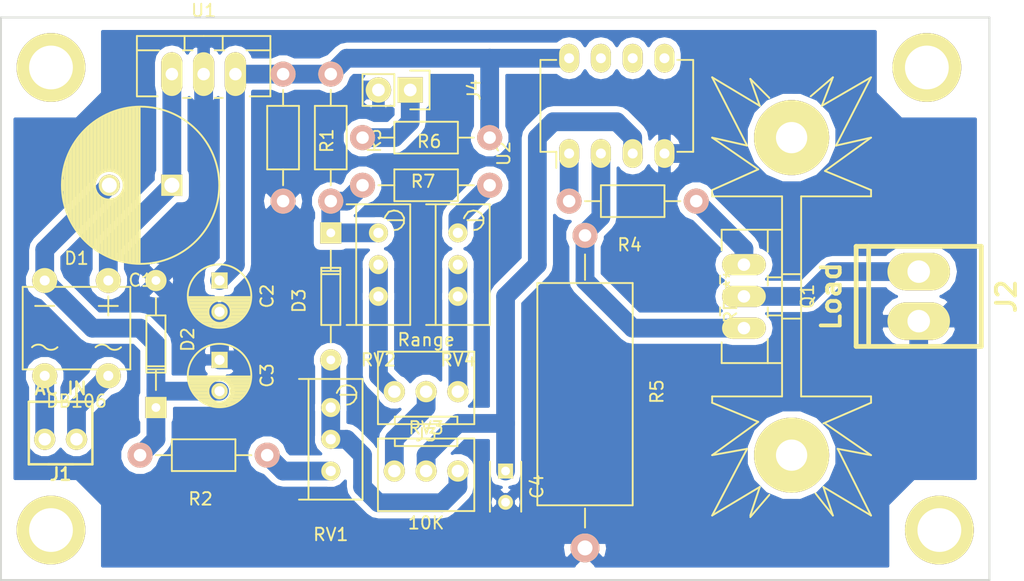
<source format=kicad_pcb>
(kicad_pcb (version 4) (host pcbnew 4.0.0-rc1-stable)

  (general
    (links 43)
    (no_connects 0)
    (area 59.924999 44.924999 139.075001 90.075001)
    (thickness 1.6)
    (drawings 4)
    (tracks 114)
    (zones 0)
    (modules 30)
    (nets 20)
  )

  (page A4)
  (layers
    (0 F.Cu signal)
    (31 B.Cu signal)
    (32 B.Adhes user)
    (33 F.Adhes user)
    (34 B.Paste user)
    (35 F.Paste user)
    (36 B.SilkS user)
    (37 F.SilkS user)
    (38 B.Mask user)
    (39 F.Mask user)
    (40 Dwgs.User user)
    (41 Cmts.User user)
    (42 Eco1.User user)
    (43 Eco2.User user)
    (44 Edge.Cuts user)
    (45 Margin user)
    (46 B.CrtYd user)
    (47 F.CrtYd user)
    (48 B.Fab user)
    (49 F.Fab user)
  )

  (setup
    (last_trace_width 1.5)
    (user_trace_width 0.5)
    (user_trace_width 1)
    (user_trace_width 1.5)
    (user_trace_width 2)
    (trace_clearance 0.2)
    (zone_clearance 0.5)
    (zone_45_only no)
    (trace_min 0.2)
    (segment_width 0.2)
    (edge_width 0.15)
    (via_size 0.6)
    (via_drill 0.4)
    (via_min_size 0.4)
    (via_min_drill 0.3)
    (uvia_size 0.3)
    (uvia_drill 0.1)
    (uvias_allowed no)
    (uvia_min_size 0.2)
    (uvia_min_drill 0.1)
    (pcb_text_width 0.3)
    (pcb_text_size 1.5 1.5)
    (mod_edge_width 0.15)
    (mod_text_size 1 1)
    (mod_text_width 0.15)
    (pad_size 1.524 1.524)
    (pad_drill 0.762)
    (pad_to_mask_clearance 0.2)
    (aux_axis_origin 0 0)
    (visible_elements FFFFFF7F)
    (pcbplotparams
      (layerselection 0x00030_80000001)
      (usegerberextensions false)
      (excludeedgelayer true)
      (linewidth 0.100000)
      (plotframeref false)
      (viasonmask false)
      (mode 1)
      (useauxorigin false)
      (hpglpennumber 1)
      (hpglpenspeed 20)
      (hpglpendiameter 15)
      (hpglpenoverlay 2)
      (psnegative false)
      (psa4output false)
      (plotreference true)
      (plotvalue true)
      (plotinvisibletext false)
      (padsonsilk false)
      (subtractmaskfromsilk false)
      (outputformat 1)
      (mirror false)
      (drillshape 1)
      (scaleselection 1)
      (outputdirectory ""))
  )

  (net 0 "")
  (net 1 "Net-(C1-Pad2)")
  (net 2 "Net-(C1-Pad1)")
  (net 3 VCC)
  (net 4 GND)
  (net 5 "Net-(C4-Pad1)")
  (net 6 "Net-(D1-Pad2)")
  (net 7 "Net-(D1-Pad3)")
  (net 8 "Net-(D3-Pad2)")
  (net 9 "Net-(D3-Pad1)")
  (net 10 "Net-(J2-Pad1)")
  (net 11 "Net-(Q1-Pad1)")
  (net 12 "Net-(Q1-Pad3)")
  (net 13 "Net-(R2-Pad1)")
  (net 14 "Net-(R4-Pad2)")
  (net 15 "Net-(J3-Pad2)")
  (net 16 "Net-(J3-Pad3)")
  (net 17 "Net-(J3-Pad1)")
  (net 18 "Net-(R6-Pad2)")
  (net 19 "Net-(J4-Pad1)")

  (net_class Default "This is the default net class."
    (clearance 0.2)
    (trace_width 0.25)
    (via_dia 0.6)
    (via_drill 0.4)
    (uvia_dia 0.3)
    (uvia_drill 0.1)
    (add_net GND)
    (add_net "Net-(C1-Pad1)")
    (add_net "Net-(C1-Pad2)")
    (add_net "Net-(C4-Pad1)")
    (add_net "Net-(D1-Pad2)")
    (add_net "Net-(D1-Pad3)")
    (add_net "Net-(D3-Pad1)")
    (add_net "Net-(D3-Pad2)")
    (add_net "Net-(J2-Pad1)")
    (add_net "Net-(J3-Pad1)")
    (add_net "Net-(J3-Pad2)")
    (add_net "Net-(J3-Pad3)")
    (add_net "Net-(J4-Pad1)")
    (add_net "Net-(Q1-Pad1)")
    (add_net "Net-(Q1-Pad3)")
    (add_net "Net-(R2-Pad1)")
    (add_net "Net-(R4-Pad2)")
    (add_net "Net-(R6-Pad2)")
    (add_net VCC)
  )

  (module Capacitors_ThroughHole:C_Radial_D12.5_L25_P5 (layer F.Cu) (tedit 0) (tstamp 56A1D8A3)
    (at 33.66 33.42 180)
    (descr "Radial Electrolytic Capacitor Diameter 12.5mm x Length 25mm, Pitch 5mm")
    (tags "Electrolytic Capacitor")
    (path /56A0634A)
    (fp_text reference C1 (at 2.5 -7.6 180) (layer F.SilkS)
      (effects (font (size 1 1) (thickness 0.15)))
    )
    (fp_text value 100uF/35V (at 2.5 7.6 180) (layer F.Fab)
      (effects (font (size 1 1) (thickness 0.15)))
    )
    (fp_line (start 2.575 -6.25) (end 2.575 6.25) (layer F.SilkS) (width 0.15))
    (fp_line (start 2.715 -6.246) (end 2.715 6.246) (layer F.SilkS) (width 0.15))
    (fp_line (start 2.855 -6.24) (end 2.855 6.24) (layer F.SilkS) (width 0.15))
    (fp_line (start 2.995 -6.23) (end 2.995 6.23) (layer F.SilkS) (width 0.15))
    (fp_line (start 3.135 -6.218) (end 3.135 6.218) (layer F.SilkS) (width 0.15))
    (fp_line (start 3.275 -6.202) (end 3.275 6.202) (layer F.SilkS) (width 0.15))
    (fp_line (start 3.415 -6.183) (end 3.415 6.183) (layer F.SilkS) (width 0.15))
    (fp_line (start 3.555 -6.16) (end 3.555 6.16) (layer F.SilkS) (width 0.15))
    (fp_line (start 3.695 -6.135) (end 3.695 6.135) (layer F.SilkS) (width 0.15))
    (fp_line (start 3.835 -6.106) (end 3.835 6.106) (layer F.SilkS) (width 0.15))
    (fp_line (start 3.975 -6.073) (end 3.975 -0.521) (layer F.SilkS) (width 0.15))
    (fp_line (start 3.975 0.521) (end 3.975 6.073) (layer F.SilkS) (width 0.15))
    (fp_line (start 4.115 -6.038) (end 4.115 -0.734) (layer F.SilkS) (width 0.15))
    (fp_line (start 4.115 0.734) (end 4.115 6.038) (layer F.SilkS) (width 0.15))
    (fp_line (start 4.255 -5.999) (end 4.255 -0.876) (layer F.SilkS) (width 0.15))
    (fp_line (start 4.255 0.876) (end 4.255 5.999) (layer F.SilkS) (width 0.15))
    (fp_line (start 4.395 -5.956) (end 4.395 -0.978) (layer F.SilkS) (width 0.15))
    (fp_line (start 4.395 0.978) (end 4.395 5.956) (layer F.SilkS) (width 0.15))
    (fp_line (start 4.535 -5.909) (end 4.535 -1.052) (layer F.SilkS) (width 0.15))
    (fp_line (start 4.535 1.052) (end 4.535 5.909) (layer F.SilkS) (width 0.15))
    (fp_line (start 4.675 -5.859) (end 4.675 -1.103) (layer F.SilkS) (width 0.15))
    (fp_line (start 4.675 1.103) (end 4.675 5.859) (layer F.SilkS) (width 0.15))
    (fp_line (start 4.815 -5.805) (end 4.815 -1.135) (layer F.SilkS) (width 0.15))
    (fp_line (start 4.815 1.135) (end 4.815 5.805) (layer F.SilkS) (width 0.15))
    (fp_line (start 4.955 -5.748) (end 4.955 -1.149) (layer F.SilkS) (width 0.15))
    (fp_line (start 4.955 1.149) (end 4.955 5.748) (layer F.SilkS) (width 0.15))
    (fp_line (start 5.095 -5.686) (end 5.095 -1.146) (layer F.SilkS) (width 0.15))
    (fp_line (start 5.095 1.146) (end 5.095 5.686) (layer F.SilkS) (width 0.15))
    (fp_line (start 5.235 -5.62) (end 5.235 -1.126) (layer F.SilkS) (width 0.15))
    (fp_line (start 5.235 1.126) (end 5.235 5.62) (layer F.SilkS) (width 0.15))
    (fp_line (start 5.375 -5.549) (end 5.375 -1.087) (layer F.SilkS) (width 0.15))
    (fp_line (start 5.375 1.087) (end 5.375 5.549) (layer F.SilkS) (width 0.15))
    (fp_line (start 5.515 -5.475) (end 5.515 -1.028) (layer F.SilkS) (width 0.15))
    (fp_line (start 5.515 1.028) (end 5.515 5.475) (layer F.SilkS) (width 0.15))
    (fp_line (start 5.655 -5.395) (end 5.655 -0.945) (layer F.SilkS) (width 0.15))
    (fp_line (start 5.655 0.945) (end 5.655 5.395) (layer F.SilkS) (width 0.15))
    (fp_line (start 5.795 -5.311) (end 5.795 -0.831) (layer F.SilkS) (width 0.15))
    (fp_line (start 5.795 0.831) (end 5.795 5.311) (layer F.SilkS) (width 0.15))
    (fp_line (start 5.935 -5.221) (end 5.935 -0.67) (layer F.SilkS) (width 0.15))
    (fp_line (start 5.935 0.67) (end 5.935 5.221) (layer F.SilkS) (width 0.15))
    (fp_line (start 6.075 -5.127) (end 6.075 -0.409) (layer F.SilkS) (width 0.15))
    (fp_line (start 6.075 0.409) (end 6.075 5.127) (layer F.SilkS) (width 0.15))
    (fp_line (start 6.215 -5.026) (end 6.215 5.026) (layer F.SilkS) (width 0.15))
    (fp_line (start 6.355 -4.919) (end 6.355 4.919) (layer F.SilkS) (width 0.15))
    (fp_line (start 6.495 -4.807) (end 6.495 4.807) (layer F.SilkS) (width 0.15))
    (fp_line (start 6.635 -4.687) (end 6.635 4.687) (layer F.SilkS) (width 0.15))
    (fp_line (start 6.775 -4.559) (end 6.775 4.559) (layer F.SilkS) (width 0.15))
    (fp_line (start 6.915 -4.424) (end 6.915 4.424) (layer F.SilkS) (width 0.15))
    (fp_line (start 7.055 -4.28) (end 7.055 4.28) (layer F.SilkS) (width 0.15))
    (fp_line (start 7.195 -4.125) (end 7.195 4.125) (layer F.SilkS) (width 0.15))
    (fp_line (start 7.335 -3.96) (end 7.335 3.96) (layer F.SilkS) (width 0.15))
    (fp_line (start 7.475 -3.783) (end 7.475 3.783) (layer F.SilkS) (width 0.15))
    (fp_line (start 7.615 -3.592) (end 7.615 3.592) (layer F.SilkS) (width 0.15))
    (fp_line (start 7.755 -3.383) (end 7.755 3.383) (layer F.SilkS) (width 0.15))
    (fp_line (start 7.895 -3.155) (end 7.895 3.155) (layer F.SilkS) (width 0.15))
    (fp_line (start 8.035 -2.903) (end 8.035 2.903) (layer F.SilkS) (width 0.15))
    (fp_line (start 8.175 -2.619) (end 8.175 2.619) (layer F.SilkS) (width 0.15))
    (fp_line (start 8.315 -2.291) (end 8.315 2.291) (layer F.SilkS) (width 0.15))
    (fp_line (start 8.455 -1.897) (end 8.455 1.897) (layer F.SilkS) (width 0.15))
    (fp_line (start 8.595 -1.383) (end 8.595 1.383) (layer F.SilkS) (width 0.15))
    (fp_line (start 8.735 -0.433) (end 8.735 0.433) (layer F.SilkS) (width 0.15))
    (fp_circle (center 5 0) (end 5 -1.15) (layer F.SilkS) (width 0.15))
    (fp_circle (center 2.5 0) (end 2.5 -6.2875) (layer F.SilkS) (width 0.15))
    (fp_circle (center 2.5 0) (end 2.5 -6.6) (layer F.CrtYd) (width 0.05))
    (pad 2 thru_hole circle (at 5 0 180) (size 1.7 1.7) (drill 1.2) (layers *.Cu *.Mask F.SilkS)
      (net 1 "Net-(C1-Pad2)"))
    (pad 1 thru_hole rect (at 0 0 180) (size 1.7 1.7) (drill 1.2) (layers *.Cu *.Mask F.SilkS)
      (net 2 "Net-(C1-Pad1)"))
    (model Capacitors_ThroughHole.3dshapes/C_Radial_D12.5_L25_P5.wrl
      (at (xyz 0 0 0))
      (scale (xyz 1 1 1))
      (rotate (xyz 0 0 0))
    )
  )

  (module Capacitors_ThroughHole:C_Radial_D5_L6_P2.5 (layer F.Cu) (tedit 0) (tstamp 56A1D8CB)
    (at 37.47 41.04 270)
    (descr "Radial Electrolytic Capacitor Diameter 5mm x Length 6mm, Pitch 2.5mm")
    (tags "Electrolytic Capacitor")
    (path /56A06442)
    (fp_text reference C2 (at 1.25 -3.8 270) (layer F.SilkS)
      (effects (font (size 1 1) (thickness 0.15)))
    )
    (fp_text value 100uF/16V (at 1.25 3.8 270) (layer F.Fab)
      (effects (font (size 1 1) (thickness 0.15)))
    )
    (fp_line (start 1.325 -2.499) (end 1.325 2.499) (layer F.SilkS) (width 0.15))
    (fp_line (start 1.465 -2.491) (end 1.465 2.491) (layer F.SilkS) (width 0.15))
    (fp_line (start 1.605 -2.475) (end 1.605 -0.095) (layer F.SilkS) (width 0.15))
    (fp_line (start 1.605 0.095) (end 1.605 2.475) (layer F.SilkS) (width 0.15))
    (fp_line (start 1.745 -2.451) (end 1.745 -0.49) (layer F.SilkS) (width 0.15))
    (fp_line (start 1.745 0.49) (end 1.745 2.451) (layer F.SilkS) (width 0.15))
    (fp_line (start 1.885 -2.418) (end 1.885 -0.657) (layer F.SilkS) (width 0.15))
    (fp_line (start 1.885 0.657) (end 1.885 2.418) (layer F.SilkS) (width 0.15))
    (fp_line (start 2.025 -2.377) (end 2.025 -0.764) (layer F.SilkS) (width 0.15))
    (fp_line (start 2.025 0.764) (end 2.025 2.377) (layer F.SilkS) (width 0.15))
    (fp_line (start 2.165 -2.327) (end 2.165 -0.835) (layer F.SilkS) (width 0.15))
    (fp_line (start 2.165 0.835) (end 2.165 2.327) (layer F.SilkS) (width 0.15))
    (fp_line (start 2.305 -2.266) (end 2.305 -0.879) (layer F.SilkS) (width 0.15))
    (fp_line (start 2.305 0.879) (end 2.305 2.266) (layer F.SilkS) (width 0.15))
    (fp_line (start 2.445 -2.196) (end 2.445 -0.898) (layer F.SilkS) (width 0.15))
    (fp_line (start 2.445 0.898) (end 2.445 2.196) (layer F.SilkS) (width 0.15))
    (fp_line (start 2.585 -2.114) (end 2.585 -0.896) (layer F.SilkS) (width 0.15))
    (fp_line (start 2.585 0.896) (end 2.585 2.114) (layer F.SilkS) (width 0.15))
    (fp_line (start 2.725 -2.019) (end 2.725 -0.871) (layer F.SilkS) (width 0.15))
    (fp_line (start 2.725 0.871) (end 2.725 2.019) (layer F.SilkS) (width 0.15))
    (fp_line (start 2.865 -1.908) (end 2.865 -0.823) (layer F.SilkS) (width 0.15))
    (fp_line (start 2.865 0.823) (end 2.865 1.908) (layer F.SilkS) (width 0.15))
    (fp_line (start 3.005 -1.78) (end 3.005 -0.745) (layer F.SilkS) (width 0.15))
    (fp_line (start 3.005 0.745) (end 3.005 1.78) (layer F.SilkS) (width 0.15))
    (fp_line (start 3.145 -1.631) (end 3.145 -0.628) (layer F.SilkS) (width 0.15))
    (fp_line (start 3.145 0.628) (end 3.145 1.631) (layer F.SilkS) (width 0.15))
    (fp_line (start 3.285 -1.452) (end 3.285 -0.44) (layer F.SilkS) (width 0.15))
    (fp_line (start 3.285 0.44) (end 3.285 1.452) (layer F.SilkS) (width 0.15))
    (fp_line (start 3.425 -1.233) (end 3.425 1.233) (layer F.SilkS) (width 0.15))
    (fp_line (start 3.565 -0.944) (end 3.565 0.944) (layer F.SilkS) (width 0.15))
    (fp_line (start 3.705 -0.472) (end 3.705 0.472) (layer F.SilkS) (width 0.15))
    (fp_circle (center 2.5 0) (end 2.5 -0.9) (layer F.SilkS) (width 0.15))
    (fp_circle (center 1.25 0) (end 1.25 -2.5375) (layer F.SilkS) (width 0.15))
    (fp_circle (center 1.25 0) (end 1.25 -2.8) (layer F.CrtYd) (width 0.05))
    (pad 1 thru_hole rect (at 0 0 270) (size 1.3 1.3) (drill 0.8) (layers *.Cu *.Mask F.SilkS)
      (net 3 VCC))
    (pad 2 thru_hole circle (at 2.5 0 270) (size 1.3 1.3) (drill 0.8) (layers *.Cu *.Mask F.SilkS)
      (net 4 GND))
    (model Capacitors_ThroughHole.3dshapes/C_Radial_D5_L6_P2.5.wrl
      (at (xyz 0.0492126 0 0))
      (scale (xyz 1 1 1))
      (rotate (xyz 0 0 90))
    )
  )

  (module Capacitors_ThroughHole:C_Radial_D5_L6_P2.5 (layer F.Cu) (tedit 0) (tstamp 56A1D8F3)
    (at 37.47 47.39 270)
    (descr "Radial Electrolytic Capacitor Diameter 5mm x Length 6mm, Pitch 2.5mm")
    (tags "Electrolytic Capacitor")
    (path /56A063DD)
    (fp_text reference C3 (at 1.25 -3.8 270) (layer F.SilkS)
      (effects (font (size 1 1) (thickness 0.15)))
    )
    (fp_text value 100uF/16V (at 1.25 3.8 270) (layer F.Fab)
      (effects (font (size 1 1) (thickness 0.15)))
    )
    (fp_line (start 1.325 -2.499) (end 1.325 2.499) (layer F.SilkS) (width 0.15))
    (fp_line (start 1.465 -2.491) (end 1.465 2.491) (layer F.SilkS) (width 0.15))
    (fp_line (start 1.605 -2.475) (end 1.605 -0.095) (layer F.SilkS) (width 0.15))
    (fp_line (start 1.605 0.095) (end 1.605 2.475) (layer F.SilkS) (width 0.15))
    (fp_line (start 1.745 -2.451) (end 1.745 -0.49) (layer F.SilkS) (width 0.15))
    (fp_line (start 1.745 0.49) (end 1.745 2.451) (layer F.SilkS) (width 0.15))
    (fp_line (start 1.885 -2.418) (end 1.885 -0.657) (layer F.SilkS) (width 0.15))
    (fp_line (start 1.885 0.657) (end 1.885 2.418) (layer F.SilkS) (width 0.15))
    (fp_line (start 2.025 -2.377) (end 2.025 -0.764) (layer F.SilkS) (width 0.15))
    (fp_line (start 2.025 0.764) (end 2.025 2.377) (layer F.SilkS) (width 0.15))
    (fp_line (start 2.165 -2.327) (end 2.165 -0.835) (layer F.SilkS) (width 0.15))
    (fp_line (start 2.165 0.835) (end 2.165 2.327) (layer F.SilkS) (width 0.15))
    (fp_line (start 2.305 -2.266) (end 2.305 -0.879) (layer F.SilkS) (width 0.15))
    (fp_line (start 2.305 0.879) (end 2.305 2.266) (layer F.SilkS) (width 0.15))
    (fp_line (start 2.445 -2.196) (end 2.445 -0.898) (layer F.SilkS) (width 0.15))
    (fp_line (start 2.445 0.898) (end 2.445 2.196) (layer F.SilkS) (width 0.15))
    (fp_line (start 2.585 -2.114) (end 2.585 -0.896) (layer F.SilkS) (width 0.15))
    (fp_line (start 2.585 0.896) (end 2.585 2.114) (layer F.SilkS) (width 0.15))
    (fp_line (start 2.725 -2.019) (end 2.725 -0.871) (layer F.SilkS) (width 0.15))
    (fp_line (start 2.725 0.871) (end 2.725 2.019) (layer F.SilkS) (width 0.15))
    (fp_line (start 2.865 -1.908) (end 2.865 -0.823) (layer F.SilkS) (width 0.15))
    (fp_line (start 2.865 0.823) (end 2.865 1.908) (layer F.SilkS) (width 0.15))
    (fp_line (start 3.005 -1.78) (end 3.005 -0.745) (layer F.SilkS) (width 0.15))
    (fp_line (start 3.005 0.745) (end 3.005 1.78) (layer F.SilkS) (width 0.15))
    (fp_line (start 3.145 -1.631) (end 3.145 -0.628) (layer F.SilkS) (width 0.15))
    (fp_line (start 3.145 0.628) (end 3.145 1.631) (layer F.SilkS) (width 0.15))
    (fp_line (start 3.285 -1.452) (end 3.285 -0.44) (layer F.SilkS) (width 0.15))
    (fp_line (start 3.285 0.44) (end 3.285 1.452) (layer F.SilkS) (width 0.15))
    (fp_line (start 3.425 -1.233) (end 3.425 1.233) (layer F.SilkS) (width 0.15))
    (fp_line (start 3.565 -0.944) (end 3.565 0.944) (layer F.SilkS) (width 0.15))
    (fp_line (start 3.705 -0.472) (end 3.705 0.472) (layer F.SilkS) (width 0.15))
    (fp_circle (center 2.5 0) (end 2.5 -0.9) (layer F.SilkS) (width 0.15))
    (fp_circle (center 1.25 0) (end 1.25 -2.5375) (layer F.SilkS) (width 0.15))
    (fp_circle (center 1.25 0) (end 1.25 -2.8) (layer F.CrtYd) (width 0.05))
    (pad 1 thru_hole rect (at 0 0 270) (size 1.3 1.3) (drill 0.8) (layers *.Cu *.Mask F.SilkS)
      (net 4 GND))
    (pad 2 thru_hole circle (at 2.5 0 270) (size 1.3 1.3) (drill 0.8) (layers *.Cu *.Mask F.SilkS)
      (net 1 "Net-(C1-Pad2)"))
    (model Capacitors_ThroughHole.3dshapes/C_Radial_D5_L6_P2.5.wrl
      (at (xyz 0.0492126 0 0))
      (scale (xyz 1 1 1))
      (rotate (xyz 0 0 90))
    )
  )

  (module Capacitors_ThroughHole:C_Rect_L4_W2.5_P2.5 (layer F.Cu) (tedit 0) (tstamp 56A1D8FF)
    (at 60.33 56.28 270)
    (descr "Film Capacitor Length 4mm x Width 2.5mm, Pitch 2.5mm")
    (tags Capacitor)
    (path /56A1AC48)
    (fp_text reference C4 (at 1.25 -2.5 270) (layer F.SilkS)
      (effects (font (size 1 1) (thickness 0.15)))
    )
    (fp_text value 1nF (at 1.25 2.5 270) (layer F.Fab)
      (effects (font (size 1 1) (thickness 0.15)))
    )
    (fp_line (start -1 -1.5) (end 3.5 -1.5) (layer F.CrtYd) (width 0.05))
    (fp_line (start 3.5 -1.5) (end 3.5 1.5) (layer F.CrtYd) (width 0.05))
    (fp_line (start 3.5 1.5) (end -1 1.5) (layer F.CrtYd) (width 0.05))
    (fp_line (start -1 1.5) (end -1 -1.5) (layer F.CrtYd) (width 0.05))
    (fp_line (start -0.75 -1.25) (end 3.25 -1.25) (layer F.SilkS) (width 0.15))
    (fp_line (start -0.75 1.25) (end 3.25 1.25) (layer F.SilkS) (width 0.15))
    (pad 1 thru_hole rect (at 0 0 270) (size 1.2 1.2) (drill 0.7) (layers *.Cu *.Mask F.SilkS)
      (net 5 "Net-(C4-Pad1)"))
    (pad 2 thru_hole circle (at 2.5 0 270) (size 1.2 1.2) (drill 0.7) (layers *.Cu *.Mask F.SilkS)
      (net 4 GND))
  )

  (module suf_diode_bridge:DB-4 (layer F.Cu) (tedit 525A2562) (tstamp 56A1D912)
    (at 26.04 44.85)
    (path /56A05EF6)
    (fp_text reference D1 (at 0 -5.588) (layer F.SilkS)
      (effects (font (size 1 1) (thickness 0.15)))
    )
    (fp_text value DB106 (at 0 5.842) (layer F.SilkS)
      (effects (font (size 1 1) (thickness 0.15)))
    )
    (fp_line (start 2.54 -2.54) (end 2.54 -1.016) (layer F.SilkS) (width 0.15))
    (fp_line (start 1.778 -1.778) (end 3.302 -1.778) (layer F.SilkS) (width 0.15))
    (fp_line (start -3.302 -1.778) (end -1.778 -1.778) (layer F.SilkS) (width 0.15))
    (fp_arc (start 2.032 2.032) (end 1.524 1.524) (angle 90) (layer F.SilkS) (width 0.15))
    (fp_arc (start 3.048 1.016) (end 3.556 1.524) (angle 90) (layer F.SilkS) (width 0.15))
    (fp_arc (start -2.032 1.016) (end -1.524 1.524) (angle 90) (layer F.SilkS) (width 0.15))
    (fp_arc (start -3.048 2.032) (end -3.556 1.524) (angle 90) (layer F.SilkS) (width 0.15))
    (fp_line (start -4.3 -3.3) (end 4.3 -3.3) (layer F.SilkS) (width 0.15))
    (fp_line (start 4.3 -3.3) (end 4.3 3.3) (layer F.SilkS) (width 0.15))
    (fp_line (start 4.3 3.3) (end -4.3 3.3) (layer F.SilkS) (width 0.15))
    (fp_line (start -4.3 3.3) (end -4.3 -3.3) (layer F.SilkS) (width 0.15))
    (pad 1 thru_hole circle (at -2.54 -3.81) (size 2 2) (drill 0.8) (layers *.Cu *.Mask F.SilkS)
      (net 1 "Net-(C1-Pad2)"))
    (pad 2 thru_hole circle (at -2.54 3.81) (size 2 2) (drill 0.8) (layers *.Cu *.Mask F.SilkS)
      (net 6 "Net-(D1-Pad2)"))
    (pad 3 thru_hole circle (at 2.54 3.81) (size 2 2) (drill 0.8) (layers *.Cu *.Mask F.SilkS)
      (net 7 "Net-(D1-Pad3)"))
    (pad 4 thru_hole circle (at 2.54 -3.81) (size 2 2) (drill 0.8) (layers *.Cu *.Mask F.SilkS)
      (net 2 "Net-(C1-Pad1)"))
  )

  (module Diodes_ThroughHole:Diode_DO-35_SOD27_Horizontal_RM10 (layer F.Cu) (tedit 552FFC30) (tstamp 56A1D918)
    (at 32.39 51.2 90)
    (descr "Diode, DO-35,  SOD27, Horizontal, RM 10mm")
    (tags "Diode, DO-35, SOD27, Horizontal, RM 10mm, 1N4148,")
    (path /56A0667E)
    (fp_text reference D2 (at 5.43052 2.53746 90) (layer F.SilkS)
      (effects (font (size 1 1) (thickness 0.15)))
    )
    (fp_text value 1N4148 (at 4.41452 -3.55854 90) (layer F.Fab)
      (effects (font (size 1 1) (thickness 0.15)))
    )
    (fp_line (start 7.36652 -0.00254) (end 8.76352 -0.00254) (layer F.SilkS) (width 0.15))
    (fp_line (start 2.92152 -0.00254) (end 1.39752 -0.00254) (layer F.SilkS) (width 0.15))
    (fp_line (start 3.30252 -0.76454) (end 3.30252 0.75946) (layer F.SilkS) (width 0.15))
    (fp_line (start 3.04852 -0.76454) (end 3.04852 0.75946) (layer F.SilkS) (width 0.15))
    (fp_line (start 2.79452 -0.00254) (end 2.79452 0.75946) (layer F.SilkS) (width 0.15))
    (fp_line (start 2.79452 0.75946) (end 7.36652 0.75946) (layer F.SilkS) (width 0.15))
    (fp_line (start 7.36652 0.75946) (end 7.36652 -0.76454) (layer F.SilkS) (width 0.15))
    (fp_line (start 7.36652 -0.76454) (end 2.79452 -0.76454) (layer F.SilkS) (width 0.15))
    (fp_line (start 2.79452 -0.76454) (end 2.79452 -0.00254) (layer F.SilkS) (width 0.15))
    (pad 2 thru_hole circle (at 10.16052 -0.00254 270) (size 1.69926 1.69926) (drill 0.70104) (layers *.Cu *.Mask F.SilkS)
      (net 4 GND))
    (pad 1 thru_hole rect (at 0.00052 -0.00254 270) (size 1.69926 1.69926) (drill 0.70104) (layers *.Cu *.Mask F.SilkS)
      (net 1 "Net-(C1-Pad2)"))
    (model Diodes_ThroughHole.3dshapes/Diode_DO-35_SOD27_Horizontal_RM10.wrl
      (at (xyz 0.2 0 0))
      (scale (xyz 0.4 0.4 0.4))
      (rotate (xyz 0 0 180))
    )
  )

  (module Diodes_ThroughHole:Diode_DO-35_SOD27_Horizontal_RM10 (layer F.Cu) (tedit 552FFC30) (tstamp 56A1D91E)
    (at 46.36 37.23 270)
    (descr "Diode, DO-35,  SOD27, Horizontal, RM 10mm")
    (tags "Diode, DO-35, SOD27, Horizontal, RM 10mm, 1N4148,")
    (path /56A065B1)
    (fp_text reference D3 (at 5.43052 2.53746 270) (layer F.SilkS)
      (effects (font (size 1 1) (thickness 0.15)))
    )
    (fp_text value BZX55C2V4 (at 4.41452 -3.55854 270) (layer F.Fab)
      (effects (font (size 1 1) (thickness 0.15)))
    )
    (fp_line (start 7.36652 -0.00254) (end 8.76352 -0.00254) (layer F.SilkS) (width 0.15))
    (fp_line (start 2.92152 -0.00254) (end 1.39752 -0.00254) (layer F.SilkS) (width 0.15))
    (fp_line (start 3.30252 -0.76454) (end 3.30252 0.75946) (layer F.SilkS) (width 0.15))
    (fp_line (start 3.04852 -0.76454) (end 3.04852 0.75946) (layer F.SilkS) (width 0.15))
    (fp_line (start 2.79452 -0.00254) (end 2.79452 0.75946) (layer F.SilkS) (width 0.15))
    (fp_line (start 2.79452 0.75946) (end 7.36652 0.75946) (layer F.SilkS) (width 0.15))
    (fp_line (start 7.36652 0.75946) (end 7.36652 -0.76454) (layer F.SilkS) (width 0.15))
    (fp_line (start 7.36652 -0.76454) (end 2.79452 -0.76454) (layer F.SilkS) (width 0.15))
    (fp_line (start 2.79452 -0.76454) (end 2.79452 -0.00254) (layer F.SilkS) (width 0.15))
    (pad 2 thru_hole circle (at 10.16052 -0.00254 90) (size 1.69926 1.69926) (drill 0.70104) (layers *.Cu *.Mask F.SilkS)
      (net 8 "Net-(D3-Pad2)"))
    (pad 1 thru_hole rect (at 0.00052 -0.00254 90) (size 1.69926 1.69926) (drill 0.70104) (layers *.Cu *.Mask F.SilkS)
      (net 9 "Net-(D3-Pad1)"))
    (model Diodes_ThroughHole.3dshapes/Diode_DO-35_SOD27_Horizontal_RM10.wrl
      (at (xyz 0.2 0 0))
      (scale (xyz 0.4 0.4 0.4))
      (rotate (xyz 0 0 180))
    )
  )

  (module suf_connector_ncw:CONN_NCW254-02S (layer F.Cu) (tedit 55DC54C9) (tstamp 56A1D92B)
    (at 24.77 53.74 180)
    (path /56A05BA1)
    (fp_text reference J1 (at 0 -2.794 180) (layer F.SilkS)
      (effects (font (size 1 1) (thickness 0.2)))
    )
    (fp_text value "AC IN" (at 0 4.064 180) (layer F.SilkS)
      (effects (font (size 1 1) (thickness 0.2)))
    )
    (fp_line (start -1 -2) (end -1 -2) (layer F.SilkS) (width 0.2))
    (fp_line (start -1 -2) (end 1 -2) (layer F.SilkS) (width 0.2))
    (fp_line (start 1 -2) (end 1 -2) (layer F.SilkS) (width 0.2))
    (fp_line (start -2.54 -2) (end 2.54 -2) (layer F.SilkS) (width 0.2))
    (fp_line (start 2.54 -2) (end 2.54 3) (layer F.SilkS) (width 0.2))
    (fp_line (start 2.54 3) (end -2.54 3) (layer F.SilkS) (width 0.2))
    (fp_line (start -2.54 3) (end -2.54 -2) (layer F.SilkS) (width 0.2))
    (pad 1 thru_hole circle (at -1.27 0 180) (size 1.7 1.7) (drill 1) (layers *.Cu *.Mask F.SilkS)
      (net 7 "Net-(D1-Pad3)"))
    (pad 2 thru_hole circle (at 1.27 0 180) (size 1.7 1.7) (drill 1) (layers *.Cu *.Mask F.SilkS)
      (net 6 "Net-(D1-Pad2)"))
  )

  (module suf_connector_ncw:CONN_NCW396-02S (layer F.Cu) (tedit 50E129C6) (tstamp 56A1D936)
    (at 93.35 42.31 270)
    (path /56A1AD31)
    (fp_text reference J2 (at 0 -7.00024 270) (layer F.SilkS)
      (effects (font (thickness 0.3048)))
    )
    (fp_text value Load (at 0 7.00024 270) (layer F.SilkS)
      (effects (font (thickness 0.3048)))
    )
    (fp_line (start -4.0005 4.0005) (end 4.0005 4.0005) (layer F.SilkS) (width 0.381))
    (fp_line (start -4.0005 5.00126) (end -4.0005 -5.00126) (layer F.SilkS) (width 0.381))
    (fp_line (start -4.0005 -5.00126) (end 4.0005 -5.00126) (layer F.SilkS) (width 0.381))
    (fp_line (start 4.0005 -5.00126) (end 4.0005 5.00126) (layer F.SilkS) (width 0.381))
    (fp_line (start 4.0005 5.00126) (end -4.0005 5.00126) (layer F.SilkS) (width 0.381))
    (pad 1 thru_hole oval (at -1.9812 0 270) (size 2.99974 5.00126) (drill 1.80086) (layers *.Cu *.Mask F.SilkS)
      (net 10 "Net-(J2-Pad1)"))
    (pad 2 thru_hole oval (at 1.9812 0 270) (size 2.99974 5.00126) (drill 1.80086) (layers *.Cu *.Mask F.SilkS)
      (net 4 GND))
  )

  (module TO_SOT_Packages_THT:TO-220_Neutral123_Vertical_LargePads (layer F.Cu) (tedit 0) (tstamp 56A1D94E)
    (at 79.38 42.31 270)
    (descr "TO-220, Neutral, Vertical, Large Pads,")
    (tags "TO-220, Neutral, Vertical, Large Pads,")
    (path /56A0799B)
    (fp_text reference Q1 (at 0 -5.08 270) (layer F.SilkS)
      (effects (font (size 1 1) (thickness 0.15)))
    )
    (fp_text value PHP27NQ11T (at 0 3.81 270) (layer F.Fab)
      (effects (font (size 1 1) (thickness 0.15)))
    )
    (fp_line (start 5.334 -1.905) (end 3.429 -1.905) (layer F.SilkS) (width 0.15))
    (fp_line (start 0.889 -1.905) (end 1.651 -1.905) (layer F.SilkS) (width 0.15))
    (fp_line (start -1.524 -1.905) (end -1.651 -1.905) (layer F.SilkS) (width 0.15))
    (fp_line (start -1.524 -1.905) (end -0.889 -1.905) (layer F.SilkS) (width 0.15))
    (fp_line (start -5.334 -1.905) (end -3.556 -1.905) (layer F.SilkS) (width 0.15))
    (fp_line (start -5.334 1.778) (end -3.683 1.778) (layer F.SilkS) (width 0.15))
    (fp_line (start -1.016 1.905) (end -1.651 1.905) (layer F.SilkS) (width 0.15))
    (fp_line (start 1.524 1.905) (end 0.889 1.905) (layer F.SilkS) (width 0.15))
    (fp_line (start 5.334 1.778) (end 3.683 1.778) (layer F.SilkS) (width 0.15))
    (fp_line (start -1.524 -3.048) (end -1.524 -1.905) (layer F.SilkS) (width 0.15))
    (fp_line (start 1.524 -3.048) (end 1.524 -1.905) (layer F.SilkS) (width 0.15))
    (fp_line (start 5.334 -1.905) (end 5.334 1.778) (layer F.SilkS) (width 0.15))
    (fp_line (start -5.334 1.778) (end -5.334 -1.905) (layer F.SilkS) (width 0.15))
    (fp_line (start 5.334 -3.048) (end 5.334 -1.905) (layer F.SilkS) (width 0.15))
    (fp_line (start -5.334 -1.905) (end -5.334 -3.048) (layer F.SilkS) (width 0.15))
    (fp_line (start 0 -3.048) (end -5.334 -3.048) (layer F.SilkS) (width 0.15))
    (fp_line (start 0 -3.048) (end 5.334 -3.048) (layer F.SilkS) (width 0.15))
    (pad 2 thru_hole oval (at 0 0) (size 3.50012 1.69926) (drill 1.00076) (layers *.Cu *.Mask F.SilkS)
      (net 10 "Net-(J2-Pad1)"))
    (pad 1 thru_hole oval (at -2.54 0) (size 3.50012 1.69926) (drill 1.00076) (layers *.Cu *.Mask F.SilkS)
      (net 11 "Net-(Q1-Pad1)"))
    (pad 3 thru_hole oval (at 2.54 0) (size 3.50012 1.69926) (drill 1.00076) (layers *.Cu *.Mask F.SilkS)
      (net 12 "Net-(Q1-Pad3)"))
    (model TO_SOT_Packages_THT.3dshapes/TO-220_Neutral123_Vertical_LargePads.wrl
      (at (xyz 0 0 0))
      (scale (xyz 0.3937 0.3937 0.3937))
      (rotate (xyz 0 0 0))
    )
  )

  (module Resistors_ThroughHole:Resistor_Horizontal_RM10mm (layer F.Cu) (tedit 53F56209) (tstamp 56A1D954)
    (at 42.55 29.61 270)
    (descr "Resistor, Axial,  RM 10mm, 1/3W,")
    (tags "Resistor, Axial, RM 10mm, 1/3W,")
    (path /56A064C3)
    (fp_text reference R1 (at 0.24892 -3.50012 270) (layer F.SilkS)
      (effects (font (size 1 1) (thickness 0.15)))
    )
    (fp_text value 5.6K (at 3.81 3.81 270) (layer F.Fab)
      (effects (font (size 1 1) (thickness 0.15)))
    )
    (fp_line (start -2.54 -1.27) (end 2.54 -1.27) (layer F.SilkS) (width 0.15))
    (fp_line (start 2.54 -1.27) (end 2.54 1.27) (layer F.SilkS) (width 0.15))
    (fp_line (start 2.54 1.27) (end -2.54 1.27) (layer F.SilkS) (width 0.15))
    (fp_line (start -2.54 1.27) (end -2.54 -1.27) (layer F.SilkS) (width 0.15))
    (fp_line (start -2.54 0) (end -3.81 0) (layer F.SilkS) (width 0.15))
    (fp_line (start 2.54 0) (end 3.81 0) (layer F.SilkS) (width 0.15))
    (pad 1 thru_hole circle (at -5.08 0 270) (size 1.99898 1.99898) (drill 1.00076) (layers *.Cu *.SilkS *.Mask)
      (net 3 VCC))
    (pad 2 thru_hole circle (at 5.08 0 270) (size 1.99898 1.99898) (drill 1.00076) (layers *.Cu *.SilkS *.Mask)
      (net 4 GND))
    (model Resistors_ThroughHole.3dshapes/Resistor_Horizontal_RM10mm.wrl
      (at (xyz 0 0 0))
      (scale (xyz 0.4 0.4 0.4))
      (rotate (xyz 0 0 0))
    )
  )

  (module Resistors_ThroughHole:Resistor_Horizontal_RM10mm (layer F.Cu) (tedit 53F56209) (tstamp 56A1D95A)
    (at 36.2 55.01 180)
    (descr "Resistor, Axial,  RM 10mm, 1/3W,")
    (tags "Resistor, Axial, RM 10mm, 1/3W,")
    (path /56A1B216)
    (fp_text reference R2 (at 0.24892 -3.50012 180) (layer F.SilkS)
      (effects (font (size 1 1) (thickness 0.15)))
    )
    (fp_text value 47 (at 3.81 3.81 180) (layer F.Fab)
      (effects (font (size 1 1) (thickness 0.15)))
    )
    (fp_line (start -2.54 -1.27) (end 2.54 -1.27) (layer F.SilkS) (width 0.15))
    (fp_line (start 2.54 -1.27) (end 2.54 1.27) (layer F.SilkS) (width 0.15))
    (fp_line (start 2.54 1.27) (end -2.54 1.27) (layer F.SilkS) (width 0.15))
    (fp_line (start -2.54 1.27) (end -2.54 -1.27) (layer F.SilkS) (width 0.15))
    (fp_line (start -2.54 0) (end -3.81 0) (layer F.SilkS) (width 0.15))
    (fp_line (start 2.54 0) (end 3.81 0) (layer F.SilkS) (width 0.15))
    (pad 1 thru_hole circle (at -5.08 0 180) (size 1.99898 1.99898) (drill 1.00076) (layers *.Cu *.SilkS *.Mask)
      (net 13 "Net-(R2-Pad1)"))
    (pad 2 thru_hole circle (at 5.08 0 180) (size 1.99898 1.99898) (drill 1.00076) (layers *.Cu *.SilkS *.Mask)
      (net 1 "Net-(C1-Pad2)"))
    (model Resistors_ThroughHole.3dshapes/Resistor_Horizontal_RM10mm.wrl
      (at (xyz 0 0 0))
      (scale (xyz 0.4 0.4 0.4))
      (rotate (xyz 0 0 0))
    )
  )

  (module Resistors_ThroughHole:Resistor_Horizontal_RM10mm (layer F.Cu) (tedit 53F56209) (tstamp 56A1D960)
    (at 46.36 29.61 270)
    (descr "Resistor, Axial,  RM 10mm, 1/3W,")
    (tags "Resistor, Axial, RM 10mm, 1/3W,")
    (path /56A06566)
    (fp_text reference R3 (at 0.24892 -3.50012 270) (layer F.SilkS)
      (effects (font (size 1 1) (thickness 0.15)))
    )
    (fp_text value 1K (at 3.81 3.81 270) (layer F.Fab)
      (effects (font (size 1 1) (thickness 0.15)))
    )
    (fp_line (start -2.54 -1.27) (end 2.54 -1.27) (layer F.SilkS) (width 0.15))
    (fp_line (start 2.54 -1.27) (end 2.54 1.27) (layer F.SilkS) (width 0.15))
    (fp_line (start 2.54 1.27) (end -2.54 1.27) (layer F.SilkS) (width 0.15))
    (fp_line (start -2.54 1.27) (end -2.54 -1.27) (layer F.SilkS) (width 0.15))
    (fp_line (start -2.54 0) (end -3.81 0) (layer F.SilkS) (width 0.15))
    (fp_line (start 2.54 0) (end 3.81 0) (layer F.SilkS) (width 0.15))
    (pad 1 thru_hole circle (at -5.08 0 270) (size 1.99898 1.99898) (drill 1.00076) (layers *.Cu *.SilkS *.Mask)
      (net 3 VCC))
    (pad 2 thru_hole circle (at 5.08 0 270) (size 1.99898 1.99898) (drill 1.00076) (layers *.Cu *.SilkS *.Mask)
      (net 9 "Net-(D3-Pad1)"))
    (model Resistors_ThroughHole.3dshapes/Resistor_Horizontal_RM10mm.wrl
      (at (xyz 0 0 0))
      (scale (xyz 0.4 0.4 0.4))
      (rotate (xyz 0 0 0))
    )
  )

  (module Resistors_ThroughHole:Resistor_Horizontal_RM10mm (layer F.Cu) (tedit 53F56209) (tstamp 56A1D966)
    (at 70.49 34.69 180)
    (descr "Resistor, Axial,  RM 10mm, 1/3W,")
    (tags "Resistor, Axial, RM 10mm, 1/3W,")
    (path /56A0788F)
    (fp_text reference R4 (at 0.24892 -3.50012 180) (layer F.SilkS)
      (effects (font (size 1 1) (thickness 0.15)))
    )
    (fp_text value 100 (at 3.81 3.81 180) (layer F.Fab)
      (effects (font (size 1 1) (thickness 0.15)))
    )
    (fp_line (start -2.54 -1.27) (end 2.54 -1.27) (layer F.SilkS) (width 0.15))
    (fp_line (start 2.54 -1.27) (end 2.54 1.27) (layer F.SilkS) (width 0.15))
    (fp_line (start 2.54 1.27) (end -2.54 1.27) (layer F.SilkS) (width 0.15))
    (fp_line (start -2.54 1.27) (end -2.54 -1.27) (layer F.SilkS) (width 0.15))
    (fp_line (start -2.54 0) (end -3.81 0) (layer F.SilkS) (width 0.15))
    (fp_line (start 2.54 0) (end 3.81 0) (layer F.SilkS) (width 0.15))
    (pad 1 thru_hole circle (at -5.08 0 180) (size 1.99898 1.99898) (drill 1.00076) (layers *.Cu *.SilkS *.Mask)
      (net 11 "Net-(Q1-Pad1)"))
    (pad 2 thru_hole circle (at 5.08 0 180) (size 1.99898 1.99898) (drill 1.00076) (layers *.Cu *.SilkS *.Mask)
      (net 14 "Net-(R4-Pad2)"))
    (model Resistors_ThroughHole.3dshapes/Resistor_Horizontal_RM10mm.wrl
      (at (xyz 0 0 0))
      (scale (xyz 0.4 0.4 0.4))
      (rotate (xyz 0 0 0))
    )
  )

  (module Potentiometers:Potentiometer_Bourns_3296W_3-8Zoll_Inline_ScrewUp (layer F.Cu) (tedit 54130B3D) (tstamp 56A1D973)
    (at 46.36 51.2 180)
    (descr "3296, 3/8, Square, Trimpot, Trimming, Potentiometer, Bourns")
    (tags "3296, 3/8, Square, Trimpot, Trimming, Potentiometer, Bourns")
    (path /56A06773)
    (fp_text reference RV1 (at 0 -10.16 180) (layer F.SilkS)
      (effects (font (size 1 1) (thickness 0.15)))
    )
    (fp_text value 50 (at 1.27 5.08 180) (layer F.Fab)
      (effects (font (size 1 1) (thickness 0.15)))
    )
    (fp_line (start -2.032 1.016) (end -0.762 1.016) (layer F.SilkS) (width 0.15))
    (fp_line (start -1.2827 0.2286) (end -1.5367 0.2667) (layer F.SilkS) (width 0.15))
    (fp_line (start -1.5367 0.2667) (end -1.8161 0.4445) (layer F.SilkS) (width 0.15))
    (fp_line (start -1.8161 0.4445) (end -2.032 0.762) (layer F.SilkS) (width 0.15))
    (fp_line (start -2.032 0.762) (end -2.0447 1.2065) (layer F.SilkS) (width 0.15))
    (fp_line (start -2.0447 1.2065) (end -1.8415 1.5621) (layer F.SilkS) (width 0.15))
    (fp_line (start -1.8415 1.5621) (end -1.5494 1.7399) (layer F.SilkS) (width 0.15))
    (fp_line (start -1.5494 1.7399) (end -1.2319 1.7907) (layer F.SilkS) (width 0.15))
    (fp_line (start -1.2319 1.7907) (end -0.8255 1.6891) (layer F.SilkS) (width 0.15))
    (fp_line (start -0.8255 1.6891) (end -0.5715 1.3462) (layer F.SilkS) (width 0.15))
    (fp_line (start -0.5715 1.3462) (end -0.4826 1.1684) (layer F.SilkS) (width 0.15))
    (fp_line (start 1.778 -7.366) (end 1.778 2.286) (layer F.SilkS) (width 0.15))
    (fp_line (start -1.27 2.286) (end -2.54 2.286) (layer F.SilkS) (width 0.15))
    (fp_line (start -2.54 2.286) (end -2.54 -7.366) (layer F.SilkS) (width 0.15))
    (fp_line (start -2.54 -7.366) (end 2.54 -7.366) (layer F.SilkS) (width 0.15))
    (fp_line (start 2.54 2.286) (end 0 2.286) (layer F.SilkS) (width 0.15))
    (fp_line (start 0 2.286) (end -1.27 2.286) (layer F.SilkS) (width 0.15))
    (pad 2 thru_hole circle (at 0 -2.54 180) (size 1.524 1.524) (drill 0.8128) (layers *.Cu *.Mask F.SilkS)
      (net 8 "Net-(D3-Pad2)"))
    (pad 3 thru_hole circle (at 0 -5.08 180) (size 1.524 1.524) (drill 0.8128) (layers *.Cu *.Mask F.SilkS)
      (net 13 "Net-(R2-Pad1)"))
    (pad 1 thru_hole circle (at 0 0 180) (size 1.524 1.524) (drill 0.8128) (layers *.Cu *.Mask F.SilkS)
      (net 8 "Net-(D3-Pad2)"))
    (model Potentiometers.3dshapes/Potentiometer_Bourns_3296W_3-8Zoll_Inline_ScrewUp.wrl
      (at (xyz 0 0 0))
      (scale (xyz 1 1 1))
      (rotate (xyz 0 0 0))
    )
  )

  (module Potentiometers:Potentiometer_Bourns_3296W_3-8Zoll_Inline_ScrewUp (layer F.Cu) (tedit 54130B3D) (tstamp 56A1D97A)
    (at 50.17 37.23 180)
    (descr "3296, 3/8, Square, Trimpot, Trimming, Potentiometer, Bourns")
    (tags "3296, 3/8, Square, Trimpot, Trimming, Potentiometer, Bourns")
    (path /56A06EFD)
    (fp_text reference RV2 (at 0 -10.16 180) (layer F.SilkS)
      (effects (font (size 1 1) (thickness 0.15)))
    )
    (fp_text value 10K (at 1.27 5.08 180) (layer F.Fab)
      (effects (font (size 1 1) (thickness 0.15)))
    )
    (fp_line (start -2.032 1.016) (end -0.762 1.016) (layer F.SilkS) (width 0.15))
    (fp_line (start -1.2827 0.2286) (end -1.5367 0.2667) (layer F.SilkS) (width 0.15))
    (fp_line (start -1.5367 0.2667) (end -1.8161 0.4445) (layer F.SilkS) (width 0.15))
    (fp_line (start -1.8161 0.4445) (end -2.032 0.762) (layer F.SilkS) (width 0.15))
    (fp_line (start -2.032 0.762) (end -2.0447 1.2065) (layer F.SilkS) (width 0.15))
    (fp_line (start -2.0447 1.2065) (end -1.8415 1.5621) (layer F.SilkS) (width 0.15))
    (fp_line (start -1.8415 1.5621) (end -1.5494 1.7399) (layer F.SilkS) (width 0.15))
    (fp_line (start -1.5494 1.7399) (end -1.2319 1.7907) (layer F.SilkS) (width 0.15))
    (fp_line (start -1.2319 1.7907) (end -0.8255 1.6891) (layer F.SilkS) (width 0.15))
    (fp_line (start -0.8255 1.6891) (end -0.5715 1.3462) (layer F.SilkS) (width 0.15))
    (fp_line (start -0.5715 1.3462) (end -0.4826 1.1684) (layer F.SilkS) (width 0.15))
    (fp_line (start 1.778 -7.366) (end 1.778 2.286) (layer F.SilkS) (width 0.15))
    (fp_line (start -1.27 2.286) (end -2.54 2.286) (layer F.SilkS) (width 0.15))
    (fp_line (start -2.54 2.286) (end -2.54 -7.366) (layer F.SilkS) (width 0.15))
    (fp_line (start -2.54 -7.366) (end 2.54 -7.366) (layer F.SilkS) (width 0.15))
    (fp_line (start 2.54 2.286) (end 0 2.286) (layer F.SilkS) (width 0.15))
    (fp_line (start 0 2.286) (end -1.27 2.286) (layer F.SilkS) (width 0.15))
    (pad 2 thru_hole circle (at 0 -2.54 180) (size 1.524 1.524) (drill 0.8128) (layers *.Cu *.Mask F.SilkS)
      (net 16 "Net-(J3-Pad3)"))
    (pad 3 thru_hole circle (at 0 -5.08 180) (size 1.524 1.524) (drill 0.8128) (layers *.Cu *.Mask F.SilkS)
      (net 16 "Net-(J3-Pad3)"))
    (pad 1 thru_hole circle (at 0 0 180) (size 1.524 1.524) (drill 0.8128) (layers *.Cu *.Mask F.SilkS)
      (net 9 "Net-(D3-Pad1)"))
    (model Potentiometers.3dshapes/Potentiometer_Bourns_3296W_3-8Zoll_Inline_ScrewUp.wrl
      (at (xyz 0 0 0))
      (scale (xyz 1 1 1))
      (rotate (xyz 0 0 0))
    )
  )

  (module suf_connector_ncw:CONN_NCW254-03S (layer F.Cu) (tedit 525A1FCA) (tstamp 56A1D988)
    (at 53.98 56.28)
    (path /56A06831)
    (fp_text reference RV3 (at 0 -3.45) (layer F.SilkS)
      (effects (font (size 1 1) (thickness 0.15)))
    )
    (fp_text value 10K (at 0 4.15) (layer F.SilkS)
      (effects (font (size 1 1) (thickness 0.15)))
    )
    (fp_line (start 2.5 -2) (end -2.5 -2) (layer F.SilkS) (width 0.15))
    (fp_line (start 2.5 -2.6) (end 2.5 -2) (layer F.SilkS) (width 0.15))
    (fp_line (start -2.5 -2.6) (end -2.5 -2) (layer F.SilkS) (width 0.15))
    (fp_line (start 3.85 -2.6) (end 3.85 3.2) (layer F.SilkS) (width 0.15))
    (fp_line (start -3.85 -2.6) (end 3.85 -2.6) (layer F.SilkS) (width 0.15))
    (fp_line (start -3.85 3.2) (end -3.85 -2.6) (layer F.SilkS) (width 0.15))
    (fp_line (start -3.85 3.2) (end 3.85 3.2) (layer F.SilkS) (width 0.15))
    (pad 2 thru_hole circle (at 0 0) (size 1.7 1.7) (drill 1) (layers *.Cu *.Mask F.SilkS)
      (net 5 "Net-(C4-Pad1)"))
    (pad 3 thru_hole circle (at 2.54 0) (size 1.7 1.7) (drill 1) (layers *.Cu *.Mask F.SilkS)
      (net 8 "Net-(D3-Pad2)"))
    (pad 1 thru_hole circle (at -2.54 0) (size 1.7 1.7) (drill 1) (layers *.Cu *.Mask F.SilkS)
      (net 15 "Net-(J3-Pad2)"))
  )

  (module TO_SOT_Packages_THT:TO-220_Neutral123_Vertical_LargePads (layer F.Cu) (tedit 0) (tstamp 56A1D9A0)
    (at 36.2 24.53)
    (descr "TO-220, Neutral, Vertical, Large Pads,")
    (tags "TO-220, Neutral, Vertical, Large Pads,")
    (path /56A06278)
    (fp_text reference U1 (at 0 -5.08) (layer F.SilkS)
      (effects (font (size 1 1) (thickness 0.15)))
    )
    (fp_text value LM7812 (at 0 3.81) (layer F.Fab)
      (effects (font (size 1 1) (thickness 0.15)))
    )
    (fp_line (start 5.334 -1.905) (end 3.429 -1.905) (layer F.SilkS) (width 0.15))
    (fp_line (start 0.889 -1.905) (end 1.651 -1.905) (layer F.SilkS) (width 0.15))
    (fp_line (start -1.524 -1.905) (end -1.651 -1.905) (layer F.SilkS) (width 0.15))
    (fp_line (start -1.524 -1.905) (end -0.889 -1.905) (layer F.SilkS) (width 0.15))
    (fp_line (start -5.334 -1.905) (end -3.556 -1.905) (layer F.SilkS) (width 0.15))
    (fp_line (start -5.334 1.778) (end -3.683 1.778) (layer F.SilkS) (width 0.15))
    (fp_line (start -1.016 1.905) (end -1.651 1.905) (layer F.SilkS) (width 0.15))
    (fp_line (start 1.524 1.905) (end 0.889 1.905) (layer F.SilkS) (width 0.15))
    (fp_line (start 5.334 1.778) (end 3.683 1.778) (layer F.SilkS) (width 0.15))
    (fp_line (start -1.524 -3.048) (end -1.524 -1.905) (layer F.SilkS) (width 0.15))
    (fp_line (start 1.524 -3.048) (end 1.524 -1.905) (layer F.SilkS) (width 0.15))
    (fp_line (start 5.334 -1.905) (end 5.334 1.778) (layer F.SilkS) (width 0.15))
    (fp_line (start -5.334 1.778) (end -5.334 -1.905) (layer F.SilkS) (width 0.15))
    (fp_line (start 5.334 -3.048) (end 5.334 -1.905) (layer F.SilkS) (width 0.15))
    (fp_line (start -5.334 -1.905) (end -5.334 -3.048) (layer F.SilkS) (width 0.15))
    (fp_line (start 0 -3.048) (end -5.334 -3.048) (layer F.SilkS) (width 0.15))
    (fp_line (start 0 -3.048) (end 5.334 -3.048) (layer F.SilkS) (width 0.15))
    (pad 2 thru_hole oval (at 0 0 90) (size 3.50012 1.69926) (drill 1.00076) (layers *.Cu *.Mask F.SilkS)
      (net 4 GND))
    (pad 1 thru_hole oval (at -2.54 0 90) (size 3.50012 1.69926) (drill 1.00076) (layers *.Cu *.Mask F.SilkS)
      (net 2 "Net-(C1-Pad1)"))
    (pad 3 thru_hole oval (at 2.54 0 90) (size 3.50012 1.69926) (drill 1.00076) (layers *.Cu *.Mask F.SilkS)
      (net 3 VCC))
    (model TO_SOT_Packages_THT.3dshapes/TO-220_Neutral123_Vertical_LargePads.wrl
      (at (xyz 0 0 0))
      (scale (xyz 0.3937 0.3937 0.3937))
      (rotate (xyz 0 0 0))
    )
  )

  (module Housings_DIP:DIP-8_W7.62mm_LongPads (layer F.Cu) (tedit 54130A77) (tstamp 56A1D9B7)
    (at 65.41 30.88 90)
    (descr "8-lead dip package, row spacing 7.62 mm (300 mils), longer pads")
    (tags "dil dip 2.54 300")
    (path /56A07346)
    (fp_text reference U2 (at 0 -5.22 90) (layer F.SilkS)
      (effects (font (size 1 1) (thickness 0.15)))
    )
    (fp_text value TS358 (at 0 -3.72 90) (layer F.Fab)
      (effects (font (size 1 1) (thickness 0.15)))
    )
    (fp_line (start -1.4 -2.45) (end -1.4 10.1) (layer F.CrtYd) (width 0.05))
    (fp_line (start 9 -2.45) (end 9 10.1) (layer F.CrtYd) (width 0.05))
    (fp_line (start -1.4 -2.45) (end 9 -2.45) (layer F.CrtYd) (width 0.05))
    (fp_line (start -1.4 10.1) (end 9 10.1) (layer F.CrtYd) (width 0.05))
    (fp_line (start 0.135 -2.295) (end 0.135 -1.025) (layer F.SilkS) (width 0.15))
    (fp_line (start 7.485 -2.295) (end 7.485 -1.025) (layer F.SilkS) (width 0.15))
    (fp_line (start 7.485 9.915) (end 7.485 8.645) (layer F.SilkS) (width 0.15))
    (fp_line (start 0.135 9.915) (end 0.135 8.645) (layer F.SilkS) (width 0.15))
    (fp_line (start 0.135 -2.295) (end 7.485 -2.295) (layer F.SilkS) (width 0.15))
    (fp_line (start 0.135 9.915) (end 7.485 9.915) (layer F.SilkS) (width 0.15))
    (fp_line (start 0.135 -1.025) (end -1.15 -1.025) (layer F.SilkS) (width 0.15))
    (pad 1 thru_hole oval (at 0 0 90) (size 2.3 1.6) (drill 0.8) (layers *.Cu *.Mask F.SilkS)
      (net 14 "Net-(R4-Pad2)"))
    (pad 2 thru_hole oval (at 0 2.54 90) (size 2.3 1.6) (drill 0.8) (layers *.Cu *.Mask F.SilkS)
      (net 12 "Net-(Q1-Pad3)"))
    (pad 3 thru_hole oval (at 0 5.08 90) (size 2.3 1.6) (drill 0.8) (layers *.Cu *.Mask F.SilkS)
      (net 5 "Net-(C4-Pad1)"))
    (pad 4 thru_hole oval (at 0 7.62 90) (size 2.3 1.6) (drill 0.8) (layers *.Cu *.Mask F.SilkS)
      (net 4 GND))
    (pad 5 thru_hole oval (at 7.62 7.62 90) (size 2.3 1.6) (drill 0.8) (layers *.Cu *.Mask F.SilkS))
    (pad 6 thru_hole oval (at 7.62 5.08 90) (size 2.3 1.6) (drill 0.8) (layers *.Cu *.Mask F.SilkS))
    (pad 7 thru_hole oval (at 7.62 2.54 90) (size 2.3 1.6) (drill 0.8) (layers *.Cu *.Mask F.SilkS))
    (pad 8 thru_hole oval (at 7.62 0 90) (size 2.3 1.6) (drill 0.8) (layers *.Cu *.Mask F.SilkS)
      (net 3 VCC))
    (model Housings_DIP.3dshapes/DIP-8_W7.62mm_LongPads.wrl
      (at (xyz 0 0 0))
      (scale (xyz 1 1 1))
      (rotate (xyz 0 0 0))
    )
  )

  (module suf_connector_ncw:CONN_NCW254-03S (layer F.Cu) (tedit 525A1FCA) (tstamp 56A2A030)
    (at 53.98 49.93 180)
    (path /56A2A5FC)
    (fp_text reference J3 (at 0 -3.45 180) (layer F.SilkS)
      (effects (font (size 1 1) (thickness 0.15)))
    )
    (fp_text value Range (at 0 4.15 180) (layer F.SilkS)
      (effects (font (size 1 1) (thickness 0.15)))
    )
    (fp_line (start 2.5 -2) (end -2.5 -2) (layer F.SilkS) (width 0.15))
    (fp_line (start 2.5 -2.6) (end 2.5 -2) (layer F.SilkS) (width 0.15))
    (fp_line (start -2.5 -2.6) (end -2.5 -2) (layer F.SilkS) (width 0.15))
    (fp_line (start 3.85 -2.6) (end 3.85 3.2) (layer F.SilkS) (width 0.15))
    (fp_line (start -3.85 -2.6) (end 3.85 -2.6) (layer F.SilkS) (width 0.15))
    (fp_line (start -3.85 3.2) (end -3.85 -2.6) (layer F.SilkS) (width 0.15))
    (fp_line (start -3.85 3.2) (end 3.85 3.2) (layer F.SilkS) (width 0.15))
    (pad 2 thru_hole circle (at 0 0 180) (size 1.7 1.7) (drill 1) (layers *.Cu *.Mask F.SilkS)
      (net 15 "Net-(J3-Pad2)"))
    (pad 3 thru_hole circle (at 2.54 0 180) (size 1.7 1.7) (drill 1) (layers *.Cu *.Mask F.SilkS)
      (net 16 "Net-(J3-Pad3)"))
    (pad 1 thru_hole circle (at -2.54 0 180) (size 1.7 1.7) (drill 1) (layers *.Cu *.Mask F.SilkS)
      (net 17 "Net-(J3-Pad1)"))
  )

  (module Resistors_ThroughHole:Resistor_Horizontal_RM10mm (layer F.Cu) (tedit 53F56209) (tstamp 56A2A036)
    (at 53.98 33.42)
    (descr "Resistor, Axial,  RM 10mm, 1/3W,")
    (tags "Resistor, Axial, RM 10mm, 1/3W,")
    (path /56A2A42F)
    (fp_text reference R6 (at 0.24892 -3.50012) (layer F.SilkS)
      (effects (font (size 1 1) (thickness 0.15)))
    )
    (fp_text value 100K (at 3.81 3.81) (layer F.Fab)
      (effects (font (size 1 1) (thickness 0.15)))
    )
    (fp_line (start -2.54 -1.27) (end 2.54 -1.27) (layer F.SilkS) (width 0.15))
    (fp_line (start 2.54 -1.27) (end 2.54 1.27) (layer F.SilkS) (width 0.15))
    (fp_line (start 2.54 1.27) (end -2.54 1.27) (layer F.SilkS) (width 0.15))
    (fp_line (start -2.54 1.27) (end -2.54 -1.27) (layer F.SilkS) (width 0.15))
    (fp_line (start -2.54 0) (end -3.81 0) (layer F.SilkS) (width 0.15))
    (fp_line (start 2.54 0) (end 3.81 0) (layer F.SilkS) (width 0.15))
    (pad 1 thru_hole circle (at -5.08 0) (size 1.99898 1.99898) (drill 1.00076) (layers *.Cu *.SilkS *.Mask)
      (net 9 "Net-(D3-Pad1)"))
    (pad 2 thru_hole circle (at 5.08 0) (size 1.99898 1.99898) (drill 1.00076) (layers *.Cu *.SilkS *.Mask)
      (net 18 "Net-(R6-Pad2)"))
    (model Resistors_ThroughHole.3dshapes/Resistor_Horizontal_RM10mm.wrl
      (at (xyz 0 0 0))
      (scale (xyz 0.4 0.4 0.4))
      (rotate (xyz 0 0 0))
    )
  )

  (module Potentiometers:Potentiometer_Bourns_3296W_3-8Zoll_Inline_ScrewUp (layer F.Cu) (tedit 54130B3D) (tstamp 56A2A03D)
    (at 56.52 37.23 180)
    (descr "3296, 3/8, Square, Trimpot, Trimming, Potentiometer, Bourns")
    (tags "3296, 3/8, Square, Trimpot, Trimming, Potentiometer, Bourns")
    (path /56A2A2D8)
    (fp_text reference RV4 (at 0 -10.16 180) (layer F.SilkS)
      (effects (font (size 1 1) (thickness 0.15)))
    )
    (fp_text value 50K (at 1.27 5.08 180) (layer F.Fab)
      (effects (font (size 1 1) (thickness 0.15)))
    )
    (fp_line (start -2.032 1.016) (end -0.762 1.016) (layer F.SilkS) (width 0.15))
    (fp_line (start -1.2827 0.2286) (end -1.5367 0.2667) (layer F.SilkS) (width 0.15))
    (fp_line (start -1.5367 0.2667) (end -1.8161 0.4445) (layer F.SilkS) (width 0.15))
    (fp_line (start -1.8161 0.4445) (end -2.032 0.762) (layer F.SilkS) (width 0.15))
    (fp_line (start -2.032 0.762) (end -2.0447 1.2065) (layer F.SilkS) (width 0.15))
    (fp_line (start -2.0447 1.2065) (end -1.8415 1.5621) (layer F.SilkS) (width 0.15))
    (fp_line (start -1.8415 1.5621) (end -1.5494 1.7399) (layer F.SilkS) (width 0.15))
    (fp_line (start -1.5494 1.7399) (end -1.2319 1.7907) (layer F.SilkS) (width 0.15))
    (fp_line (start -1.2319 1.7907) (end -0.8255 1.6891) (layer F.SilkS) (width 0.15))
    (fp_line (start -0.8255 1.6891) (end -0.5715 1.3462) (layer F.SilkS) (width 0.15))
    (fp_line (start -0.5715 1.3462) (end -0.4826 1.1684) (layer F.SilkS) (width 0.15))
    (fp_line (start 1.778 -7.366) (end 1.778 2.286) (layer F.SilkS) (width 0.15))
    (fp_line (start -1.27 2.286) (end -2.54 2.286) (layer F.SilkS) (width 0.15))
    (fp_line (start -2.54 2.286) (end -2.54 -7.366) (layer F.SilkS) (width 0.15))
    (fp_line (start -2.54 -7.366) (end 2.54 -7.366) (layer F.SilkS) (width 0.15))
    (fp_line (start 2.54 2.286) (end 0 2.286) (layer F.SilkS) (width 0.15))
    (fp_line (start 0 2.286) (end -1.27 2.286) (layer F.SilkS) (width 0.15))
    (pad 2 thru_hole circle (at 0 -2.54 180) (size 1.524 1.524) (drill 0.8128) (layers *.Cu *.Mask F.SilkS)
      (net 17 "Net-(J3-Pad1)"))
    (pad 3 thru_hole circle (at 0 -5.08 180) (size 1.524 1.524) (drill 0.8128) (layers *.Cu *.Mask F.SilkS)
      (net 17 "Net-(J3-Pad1)"))
    (pad 1 thru_hole circle (at 0 0 180) (size 1.524 1.524) (drill 0.8128) (layers *.Cu *.Mask F.SilkS)
      (net 18 "Net-(R6-Pad2)"))
    (model Potentiometers.3dshapes/Potentiometer_Bourns_3296W_3-8Zoll_Inline_ScrewUp.wrl
      (at (xyz 0 0 0))
      (scale (xyz 1 1 1))
      (rotate (xyz 0 0 0))
    )
  )

  (module Heatsinks:Heatsink_Fischer_SK104-STC-STIC_35x13mm_2xDrill2.5mm (layer F.Cu) (tedit 56A29EB3) (tstamp 56A2A7CB)
    (at 83.19 42.31 90)
    (descr "Heatsink, 35mm x 13mm, 2x Fixation 2,5mm Drill, Soldering, Fischer SK104-STC-STIC,")
    (tags "Heatsink, 35mm x 13mm, 2x Fixation 2,5mm Drill, Soldering, Fischer SK104-STC-STIC, Kuehlkoerper,  Strangkuehlkoerper, Loetbefestigung, for TO-220")
    (fp_text reference REF** (at -0.025 -4.875 90) (layer F.SilkS)
      (effects (font (size 1 1) (thickness 0.15)))
    )
    (fp_text value ~ (at 0.65 9.075 90) (layer F.Fab)
      (effects (font (size 1 1) (thickness 0.15)))
    )
    (fp_line (start -1.778 -0.762) (end -1.778 0.762) (layer F.SilkS) (width 0.15))
    (fp_line (start 1.778 -0.762) (end 1.778 0.762) (layer F.SilkS) (width 0.15))
    (fp_line (start -8.509 6.35) (end -8.001 6.35) (layer F.SilkS) (width 0.15))
    (fp_line (start 17.526 -6.35) (end 12.065 -3.556) (layer F.SilkS) (width 0.15))
    (fp_line (start 12.065 -3.556) (end 12.7 -6.35) (layer F.SilkS) (width 0.15))
    (fp_line (start -10.033 -2.667) (end -12.7 -6.35) (layer F.SilkS) (width 0.15))
    (fp_line (start -12.7 -6.35) (end -12.192 -3.556) (layer F.SilkS) (width 0.15))
    (fp_line (start -12.192 -3.556) (end -17.526 -6.35) (layer F.SilkS) (width 0.15))
    (fp_line (start -10.16 2.667) (end -12.7 6.35) (layer F.SilkS) (width 0.15))
    (fp_line (start -12.7 6.35) (end -12.192 3.683) (layer F.SilkS) (width 0.15))
    (fp_line (start -12.192 3.683) (end -17.526 6.35) (layer F.SilkS) (width 0.15))
    (fp_line (start -15.24 2.54) (end -17.526 6.35) (layer F.SilkS) (width 0.15))
    (fp_line (start -15.24 -2.54) (end -17.526 -6.35) (layer F.SilkS) (width 0.15))
    (fp_line (start 8.001 -6.35) (end 8.382 -6.35) (layer F.SilkS) (width 0.15))
    (fp_line (start 8.001 6.35) (end 8.509 6.35) (layer F.SilkS) (width 0.15))
    (fp_line (start 10.033 2.667) (end 12.7 6.35) (layer F.SilkS) (width 0.15))
    (fp_line (start 12.7 6.35) (end 12.065 3.556) (layer F.SilkS) (width 0.15))
    (fp_line (start 12.065 3.556) (end 17.526 6.35) (layer F.SilkS) (width 0.15))
    (fp_line (start 15.24 2.413) (end 17.526 3.302) (layer F.SilkS) (width 0.15))
    (fp_line (start 17.526 3.302) (end 16.002 1.524) (layer F.SilkS) (width 0.15))
    (fp_line (start 17.526 6.35) (end 15.24 2.413) (layer F.SilkS) (width 0.15))
    (fp_line (start 15.24 -2.54) (end 17.399 -3.302) (layer F.SilkS) (width 0.15))
    (fp_line (start 17.399 -3.302) (end 15.875 -1.778) (layer F.SilkS) (width 0.15))
    (fp_line (start 17.526 -6.35) (end 15.24 -2.54) (layer F.SilkS) (width 0.15))
    (fp_line (start 10.16 -2.667) (end 12.7 -6.35) (layer F.SilkS) (width 0.15))
    (fp_line (start 8.509 6.35) (end 10.033 2.667) (layer F.SilkS) (width 0.15))
    (fp_line (start 8.509 -6.35) (end 10.16 -2.667) (layer F.SilkS) (width 0.15))
    (fp_line (start -8.509 6.35) (end -10.16 2.54) (layer F.SilkS) (width 0.15))
    (fp_line (start -8.001 -6.35) (end -8.509 -6.35) (layer F.SilkS) (width 0.15))
    (fp_line (start -8.509 -6.35) (end -10.033 -2.667) (layer F.SilkS) (width 0.15))
    (fp_line (start -17.526 3.302) (end -15.748 1.905) (layer F.SilkS) (width 0.15))
    (fp_line (start -17.653 -3.302) (end -15.875 -1.778) (layer F.SilkS) (width 0.15))
    (fp_line (start -17.526 3.302) (end -15.24 2.54) (layer F.SilkS) (width 0.15))
    (fp_line (start -17.526 -3.302) (end -15.24 -2.54) (layer F.SilkS) (width 0.15))
    (fp_line (start 0 0.762) (end -8.001 0.762) (layer F.SilkS) (width 0.15))
    (fp_line (start -8.001 0.762) (end -8.001 6.35) (layer F.SilkS) (width 0.15))
    (fp_line (start 0 0.762) (end 8.001 0.762) (layer F.SilkS) (width 0.15))
    (fp_line (start 8.001 0.762) (end 8.001 6.35) (layer F.SilkS) (width 0.15))
    (fp_line (start 0 -0.762) (end -8.001 -0.762) (layer F.SilkS) (width 0.15))
    (fp_line (start -8.001 -0.762) (end -8.001 -6.35) (layer F.SilkS) (width 0.15))
    (fp_line (start 0 -0.762) (end 8.001 -0.762) (layer F.SilkS) (width 0.15))
    (fp_line (start 8.001 -0.762) (end 8.001 -6.35) (layer F.SilkS) (width 0.15))
    (pad 1 thru_hole circle (at 12.7 0 90) (size 5.99948 5.99948) (drill 2.49936) (layers *.Cu *.Mask F.SilkS))
    (pad 1 thru_hole circle (at -12.7 0 90) (size 5.99948 5.99948) (drill 2.49936) (layers *.Cu *.Mask F.SilkS))
  )

  (module suf_mounting:MNT_HOLE_3.5 (layer F.Cu) (tedit 4AAB215B) (tstamp 56A2AD4A)
    (at 94 24)
    (fp_text reference MNT_HOLE_3.5 (at 0 -6.35) (layer F.SilkS) hide
      (effects (font (thickness 0.3048)))
    )
    (fp_text value Val** (at 0 0) (layer F.SilkS) hide
      (effects (font (thickness 0.3048)))
    )
    (pad "" thru_hole circle (at 0 0) (size 5.4991 5.4991) (drill 3.50012) (layers *.Cu *.Mask F.SilkS))
  )

  (module suf_mounting:MNT_HOLE_3.5 (layer F.Cu) (tedit 4AAB215B) (tstamp 56A2AD4B)
    (at 95 61)
    (fp_text reference MNT_HOLE_3.5 (at 0 -6.35) (layer F.SilkS) hide
      (effects (font (thickness 0.3048)))
    )
    (fp_text value Val** (at 0 0) (layer F.SilkS) hide
      (effects (font (thickness 0.3048)))
    )
    (pad "" thru_hole circle (at 0 0) (size 5.4991 5.4991) (drill 3.50012) (layers *.Cu *.Mask F.SilkS))
  )

  (module suf_mounting:MNT_HOLE_3.5 (layer F.Cu) (tedit 4AAB215B) (tstamp 56A2AD4C)
    (at 24 61)
    (fp_text reference MNT_HOLE_3.5 (at 0 -6.35) (layer F.SilkS) hide
      (effects (font (thickness 0.3048)))
    )
    (fp_text value Val** (at 0 0) (layer F.SilkS) hide
      (effects (font (thickness 0.3048)))
    )
    (pad "" thru_hole circle (at 0 0) (size 5.4991 5.4991) (drill 3.50012) (layers *.Cu *.Mask F.SilkS))
  )

  (module suf_mounting:MNT_HOLE_3.5 (layer F.Cu) (tedit 4AAB215B) (tstamp 56A2AD4D)
    (at 24 24)
    (fp_text reference MNT_HOLE_3.5 (at 0 -6.35) (layer F.SilkS) hide
      (effects (font (thickness 0.3048)))
    )
    (fp_text value Val** (at 0 0) (layer F.SilkS) hide
      (effects (font (thickness 0.3048)))
    )
    (pad "" thru_hole circle (at 0 0) (size 5.4991 5.4991) (drill 3.50012) (layers *.Cu *.Mask F.SilkS))
  )

  (module Resistors_ThroughHole:Resistor_Horizontal_RM25mm (layer F.Cu) (tedit 0) (tstamp 56A2B949)
    (at 66.68 49.93 270)
    (descr "Resistor, Axial, RM 25mm,")
    (tags "Resistor, Axial, RM 25mm,")
    (path /56A0790C)
    (fp_text reference R5 (at 0 -5.75056 270) (layer F.SilkS)
      (effects (font (size 1 1) (thickness 0.15)))
    )
    (fp_text value 1 (at 0 6.49986 270) (layer F.Fab)
      (effects (font (size 1 1) (thickness 0.15)))
    )
    (fp_line (start -8.94334 0) (end -10.97534 0) (layer F.SilkS) (width 0.15))
    (fp_line (start 9.34466 0) (end 10.86866 0) (layer F.SilkS) (width 0.15))
    (fp_line (start -8.68934 -3.81) (end -8.68934 3.81) (layer F.SilkS) (width 0.15))
    (fp_line (start -8.68934 3.81) (end 9.09066 3.81) (layer F.SilkS) (width 0.15))
    (fp_line (start 9.09066 3.81) (end 9.09066 -3.81) (layer F.SilkS) (width 0.15))
    (fp_line (start 9.09066 -3.81) (end -8.68934 -3.81) (layer F.SilkS) (width 0.15))
    (pad 1 thru_hole circle (at -12.49934 0 270) (size 1.99898 1.99898) (drill 1.00076) (layers *.Cu *.SilkS *.Mask)
      (net 12 "Net-(Q1-Pad3)"))
    (pad 2 thru_hole circle (at 12.49934 0 270) (size 2.30124 2.30124) (drill 1.19888) (layers *.Cu *.SilkS *.Mask)
      (net 4 GND))
  )

  (module Pin_Headers:Pin_Header_Straight_1x02 (layer F.Cu) (tedit 54EA090C) (tstamp 56A31594)
    (at 52.71 25.8 270)
    (descr "Through hole pin header")
    (tags "pin header")
    (path /56A30FBD)
    (fp_text reference J4 (at 0 -5.1 270) (layer F.SilkS)
      (effects (font (size 1 1) (thickness 0.15)))
    )
    (fp_text value PWR_LED (at 0 -3.1 270) (layer F.Fab)
      (effects (font (size 1 1) (thickness 0.15)))
    )
    (fp_line (start 1.27 1.27) (end 1.27 3.81) (layer F.SilkS) (width 0.15))
    (fp_line (start 1.55 -1.55) (end 1.55 0) (layer F.SilkS) (width 0.15))
    (fp_line (start -1.75 -1.75) (end -1.75 4.3) (layer F.CrtYd) (width 0.05))
    (fp_line (start 1.75 -1.75) (end 1.75 4.3) (layer F.CrtYd) (width 0.05))
    (fp_line (start -1.75 -1.75) (end 1.75 -1.75) (layer F.CrtYd) (width 0.05))
    (fp_line (start -1.75 4.3) (end 1.75 4.3) (layer F.CrtYd) (width 0.05))
    (fp_line (start 1.27 1.27) (end -1.27 1.27) (layer F.SilkS) (width 0.15))
    (fp_line (start -1.55 0) (end -1.55 -1.55) (layer F.SilkS) (width 0.15))
    (fp_line (start -1.55 -1.55) (end 1.55 -1.55) (layer F.SilkS) (width 0.15))
    (fp_line (start -1.27 1.27) (end -1.27 3.81) (layer F.SilkS) (width 0.15))
    (fp_line (start -1.27 3.81) (end 1.27 3.81) (layer F.SilkS) (width 0.15))
    (pad 1 thru_hole rect (at 0 0 270) (size 2.032 2.032) (drill 1.016) (layers *.Cu *.Mask F.SilkS)
      (net 19 "Net-(J4-Pad1)"))
    (pad 2 thru_hole oval (at 0 2.54 270) (size 2.032 2.032) (drill 1.016) (layers *.Cu *.Mask F.SilkS)
      (net 4 GND))
    (model Pin_Headers.3dshapes/Pin_Header_Straight_1x02.wrl
      (at (xyz 0 -0.05 0))
      (scale (xyz 1 1 1))
      (rotate (xyz 0 0 90))
    )
  )

  (module Resistors_ThroughHole:Resistor_Horizontal_RM10mm (layer F.Cu) (tedit 53F56209) (tstamp 56A3159A)
    (at 53.98 29.61 180)
    (descr "Resistor, Axial,  RM 10mm, 1/3W,")
    (tags "Resistor, Axial, RM 10mm, 1/3W,")
    (path /56A30F38)
    (fp_text reference R7 (at 0.24892 -3.50012 180) (layer F.SilkS)
      (effects (font (size 1 1) (thickness 0.15)))
    )
    (fp_text value 1K (at 3.81 3.81 180) (layer F.Fab)
      (effects (font (size 1 1) (thickness 0.15)))
    )
    (fp_line (start -2.54 -1.27) (end 2.54 -1.27) (layer F.SilkS) (width 0.15))
    (fp_line (start 2.54 -1.27) (end 2.54 1.27) (layer F.SilkS) (width 0.15))
    (fp_line (start 2.54 1.27) (end -2.54 1.27) (layer F.SilkS) (width 0.15))
    (fp_line (start -2.54 1.27) (end -2.54 -1.27) (layer F.SilkS) (width 0.15))
    (fp_line (start -2.54 0) (end -3.81 0) (layer F.SilkS) (width 0.15))
    (fp_line (start 2.54 0) (end 3.81 0) (layer F.SilkS) (width 0.15))
    (pad 1 thru_hole circle (at -5.08 0 180) (size 1.99898 1.99898) (drill 1.00076) (layers *.Cu *.SilkS *.Mask)
      (net 3 VCC))
    (pad 2 thru_hole circle (at 5.08 0 180) (size 1.99898 1.99898) (drill 1.00076) (layers *.Cu *.SilkS *.Mask)
      (net 19 "Net-(J4-Pad1)"))
    (model Resistors_ThroughHole.3dshapes/Resistor_Horizontal_RM10mm.wrl
      (at (xyz 0 0 0))
      (scale (xyz 0.4 0.4 0.4))
      (rotate (xyz 0 0 0))
    )
  )

  (gr_line (start 99 20) (end 20 20) (angle 90) (layer Edge.Cuts) (width 0.15))
  (gr_line (start 99 65) (end 99 20) (angle 90) (layer Edge.Cuts) (width 0.15))
  (gr_line (start 20 65) (end 99 65) (angle 90) (layer Edge.Cuts) (width 0.15))
  (gr_line (start 20 20) (end 20 65) (angle 90) (layer Edge.Cuts) (width 0.15))

  (segment (start 32.38746 51.19948) (end 32.38746 53.74254) (width 1.5) (layer B.Cu) (net 1))
  (segment (start 32.38746 53.74254) (end 31.12 55.01) (width 1.5) (layer B.Cu) (net 1) (tstamp 56A2FE30))
  (segment (start 37.47 49.89) (end 32.38746 49.89) (width 1.5) (layer B.Cu) (net 1))
  (segment (start 32.39 49.93) (end 32.38746 49.93) (width 1.5) (layer B.Cu) (net 1) (tstamp 56A2FD51))
  (segment (start 32.39 49.89254) (end 32.39 49.93) (width 1.5) (layer B.Cu) (net 1) (tstamp 56A2FD50))
  (segment (start 32.38746 49.89) (end 32.39 49.89254) (width 1.5) (layer B.Cu) (net 1) (tstamp 56A2FD4F))
  (segment (start 23.5 41.04) (end 27.31 44.85) (width 1.5) (layer B.Cu) (net 1))
  (segment (start 32.38746 46.11746) (end 32.38746 49.93) (width 1.5) (layer B.Cu) (net 1) (tstamp 56A2FD4B))
  (segment (start 32.38746 49.93) (end 32.38746 51.19948) (width 1.5) (layer B.Cu) (net 1) (tstamp 56A2FD52))
  (segment (start 31.12 44.85) (end 32.38746 46.11746) (width 1.5) (layer B.Cu) (net 1) (tstamp 56A2FD49))
  (segment (start 27.31 44.85) (end 31.12 44.85) (width 1.5) (layer B.Cu) (net 1) (tstamp 56A2FD47))
  (segment (start 23.5 41.04) (end 23.5 38.58) (width 1.5) (layer B.Cu) (net 1))
  (segment (start 23.5 38.58) (end 28.66 33.42) (width 1.5) (layer B.Cu) (net 1) (tstamp 56A2FC5A))
  (segment (start 33.66 24.53) (end 33.66 33.42) (width 1.5) (layer B.Cu) (net 2))
  (segment (start 28.58 41.04) (end 28.58 38.5) (width 1.5) (layer B.Cu) (net 2))
  (segment (start 28.58 38.5) (end 33.66 33.42) (width 1.5) (layer B.Cu) (net 2) (tstamp 56A2FC64))
  (segment (start 59.06 29.61) (end 59.06 23.26) (width 1.5) (layer B.Cu) (net 3))
  (segment (start 65.41 23.26) (end 59.06 23.26) (width 1.5) (layer B.Cu) (net 3) (status 10))
  (segment (start 59.06 23.26) (end 47.63 23.26) (width 1.5) (layer B.Cu) (net 3) (tstamp 56A315BC) (status 10))
  (segment (start 47.63 23.26) (end 46.36 24.53) (width 1.5) (layer B.Cu) (net 3) (tstamp 56A3005D))
  (segment (start 42.55 24.53) (end 46.36 24.53) (width 1.5) (layer B.Cu) (net 3))
  (segment (start 38.74 24.53) (end 42.55 24.53) (width 1.5) (layer B.Cu) (net 3))
  (segment (start 38.74 24.53) (end 38.74 39.77) (width 1.5) (layer B.Cu) (net 3))
  (segment (start 38.74 39.77) (end 37.47 41.04) (width 1.5) (layer B.Cu) (net 3) (tstamp 56A2FD6C))
  (segment (start 42.55 34.69) (end 42.55 32.15) (width 1.5) (layer B.Cu) (net 4))
  (segment (start 48.9 25.8) (end 50.17 25.8) (width 1.5) (layer B.Cu) (net 4) (tstamp 56A315C3))
  (segment (start 42.55 32.15) (end 48.9 25.8) (width 1.5) (layer B.Cu) (net 4) (tstamp 56A315C2))
  (segment (start 73.03 30.88) (end 76.84 30.88) (width 1.5) (layer B.Cu) (net 4) (status 10))
  (segment (start 97.16 42.31) (end 95.1788 44.2912) (width 1.5) (layer B.Cu) (net 4) (tstamp 56A30335))
  (segment (start 97.16 37.23) (end 97.16 42.31) (width 1.5) (layer B.Cu) (net 4) (tstamp 56A30334))
  (segment (start 94.62 34.69) (end 97.16 37.23) (width 1.5) (layer B.Cu) (net 4) (tstamp 56A30331))
  (segment (start 80.65 34.69) (end 94.62 34.69) (width 1.5) (layer B.Cu) (net 4) (tstamp 56A30330))
  (segment (start 76.84 30.88) (end 80.65 34.69) (width 1.5) (layer B.Cu) (net 4) (tstamp 56A3032D))
  (segment (start 95.1788 44.2912) (end 93.35 44.2912) (width 1.5) (layer B.Cu) (net 4) (tstamp 56A30346))
  (segment (start 66.68 62.42934) (end 66.68 61.36) (width 1.5) (layer B.Cu) (net 4))
  (segment (start 66.68 61.36) (end 87 61.36) (width 1.5) (layer B.Cu) (net 4) (tstamp 56A30302))
  (segment (start 93.35 55.01) (end 93.35 44.2912) (width 1.5) (layer B.Cu) (net 4) (tstamp 56A30316))
  (segment (start 87 61.36) (end 93.35 55.01) (width 1.5) (layer B.Cu) (net 4) (tstamp 56A3030E))
  (segment (start 60.33 61.36) (end 66.68 61.36) (width 1.5) (layer B.Cu) (net 4))
  (segment (start 60.33 58.78) (end 60.33 61.36) (width 1.5) (layer B.Cu) (net 4))
  (segment (start 37.47 47.39) (end 38.74 47.39) (width 1.5) (layer B.Cu) (net 4))
  (segment (start 38.74 61.36) (end 60.33 61.36) (width 1.5) (layer B.Cu) (net 4) (tstamp 56A2FE67))
  (segment (start 37.47 60.09) (end 38.74 61.36) (width 1.5) (layer B.Cu) (net 4) (tstamp 56A2FE64))
  (segment (start 37.47 55.01) (end 37.47 60.09) (width 1.5) (layer B.Cu) (net 4) (tstamp 56A2FE5F))
  (segment (start 40.01 52.47) (end 37.47 55.01) (width 1.5) (layer B.Cu) (net 4) (tstamp 56A2FE5B))
  (segment (start 40.01 48.66) (end 40.01 52.47) (width 1.5) (layer B.Cu) (net 4) (tstamp 56A2FE5A))
  (segment (start 38.74 47.39) (end 40.01 48.66) (width 1.5) (layer B.Cu) (net 4) (tstamp 56A2FE57))
  (segment (start 37.47 43.54) (end 41.32 43.54) (width 1.5) (layer B.Cu) (net 4))
  (segment (start 42.55 42.31) (end 42.55 34.69) (width 1.5) (layer B.Cu) (net 4) (tstamp 56A2FE0C))
  (segment (start 41.32 43.54) (end 42.55 42.31) (width 1.5) (layer B.Cu) (net 4) (tstamp 56A2FE0A))
  (segment (start 32.38746 41.03948) (end 32.39052 41.03948) (width 1.5) (layer B.Cu) (net 4))
  (segment (start 32.39052 41.03948) (end 36.2 37.23) (width 1.5) (layer B.Cu) (net 4) (tstamp 56A2FD63))
  (segment (start 36.2 37.23) (end 36.2 24.53) (width 1.5) (layer B.Cu) (net 4) (tstamp 56A2FD66))
  (segment (start 32.38746 41.03948) (end 32.38948 41.03948) (width 1.5) (layer B.Cu) (net 4))
  (segment (start 32.38948 41.03948) (end 34.89 43.54) (width 1.5) (layer B.Cu) (net 4) (tstamp 56A2FD57))
  (segment (start 34.89 43.54) (end 37.47 43.54) (width 1.5) (layer B.Cu) (net 4) (tstamp 56A2FD59))
  (segment (start 37.47 43.54) (end 37.47 47.39) (width 1.5) (layer B.Cu) (net 4))
  (segment (start 60.33 52.47) (end 60.33 42.31) (width 1.5) (layer B.Cu) (net 5))
  (segment (start 70.49 29.61) (end 70.49 30.88) (width 1.5) (layer B.Cu) (net 5) (tstamp 56A304B2))
  (segment (start 69.22 28.34) (end 70.49 29.61) (width 1.5) (layer B.Cu) (net 5) (tstamp 56A304AF))
  (segment (start 64.14 28.34) (end 69.22 28.34) (width 1.5) (layer B.Cu) (net 5) (tstamp 56A304AE))
  (segment (start 62.87 29.61) (end 64.14 28.34) (width 1.5) (layer B.Cu) (net 5) (tstamp 56A304AB))
  (segment (start 62.87 39.77) (end 62.87 29.61) (width 1.5) (layer B.Cu) (net 5) (tstamp 56A304A7))
  (segment (start 60.33 42.31) (end 62.87 39.77) (width 1.5) (layer B.Cu) (net 5) (tstamp 56A304A4))
  (segment (start 53.98 56.28) (end 53.98 55.01) (width 1.5) (layer B.Cu) (net 5))
  (segment (start 56.52 52.47) (end 60.33 52.47) (width 1.5) (layer B.Cu) (net 5) (tstamp 56A30094))
  (segment (start 53.98 55.01) (end 56.52 52.47) (width 1.5) (layer B.Cu) (net 5) (tstamp 56A30091))
  (segment (start 60.33 56.28) (end 60.33 52.47) (width 1.5) (layer B.Cu) (net 5))
  (segment (start 23.5 48.66) (end 23.5 53.74) (width 1.5) (layer B.Cu) (net 6))
  (segment (start 26.04 53.74) (end 26.04 51.2) (width 1.5) (layer B.Cu) (net 7))
  (segment (start 26.04 51.2) (end 28.58 48.66) (width 1.5) (layer B.Cu) (net 7) (tstamp 56A2FC61))
  (segment (start 46.36 53.74) (end 47.63 53.74) (width 1.5) (layer B.Cu) (net 8))
  (segment (start 56.52 57.55) (end 56.52 56.28) (width 1.5) (layer B.Cu) (net 8) (tstamp 56A2FF67))
  (segment (start 55.25 58.82) (end 56.52 57.55) (width 1.5) (layer B.Cu) (net 8) (tstamp 56A2FF65))
  (segment (start 50.17 58.82) (end 55.25 58.82) (width 1.5) (layer B.Cu) (net 8) (tstamp 56A2FF64))
  (segment (start 48.9 57.55) (end 50.17 58.82) (width 1.5) (layer B.Cu) (net 8) (tstamp 56A2FF63))
  (segment (start 48.9 55.01) (end 48.9 57.55) (width 1.5) (layer B.Cu) (net 8) (tstamp 56A2FF61))
  (segment (start 47.63 53.74) (end 48.9 55.01) (width 1.5) (layer B.Cu) (net 8) (tstamp 56A2FF5F))
  (segment (start 46.36254 47.39052) (end 46.36254 51.19746) (width 1.5) (layer B.Cu) (net 8))
  (segment (start 46.36254 51.19746) (end 46.36 51.2) (width 1.5) (layer B.Cu) (net 8) (tstamp 56A2FE1A))
  (segment (start 46.36 51.2) (end 46.36 53.74) (width 1.5) (layer B.Cu) (net 8))
  (segment (start 46.36254 37.23052) (end 50.16948 37.23052) (width 1.5) (layer B.Cu) (net 9))
  (segment (start 50.16948 37.23052) (end 50.17 37.23) (width 1.5) (layer B.Cu) (net 9) (tstamp 56A2FF30))
  (segment (start 46.36 34.69) (end 47.63 34.69) (width 1.5) (layer B.Cu) (net 9))
  (segment (start 47.63 34.69) (end 48.9 33.42) (width 1.5) (layer B.Cu) (net 9) (tstamp 56A2FF2C))
  (segment (start 46.36 34.69) (end 46.36 37.22798) (width 1.5) (layer B.Cu) (net 9))
  (segment (start 46.36 37.22798) (end 46.36254 37.23052) (width 1.5) (layer B.Cu) (net 9) (tstamp 56A2FE1D))
  (segment (start 79.38 42.31) (end 84.46 42.31) (width 1.5) (layer B.Cu) (net 10))
  (segment (start 86.4412 40.3288) (end 93.35 40.3288) (width 1.5) (layer B.Cu) (net 10) (tstamp 56A30323))
  (segment (start 84.46 42.31) (end 86.4412 40.3288) (width 1.5) (layer B.Cu) (net 10) (tstamp 56A30320))
  (segment (start 79.38 39.77) (end 79.38 38.5) (width 1.5) (layer B.Cu) (net 11))
  (segment (start 79.38 38.5) (end 75.57 34.69) (width 1.5) (layer B.Cu) (net 11) (tstamp 56A304DC))
  (segment (start 66.68 37.43066) (end 66.68 37.23) (width 1.5) (layer B.Cu) (net 12))
  (segment (start 66.68 37.23) (end 67.95 35.96) (width 1.5) (layer B.Cu) (net 12) (tstamp 56A30497))
  (segment (start 67.95 35.96) (end 67.95 30.88) (width 1.5) (layer B.Cu) (net 12) (tstamp 56A3049A))
  (segment (start 66.68 37.43066) (end 66.68 41.04) (width 1.5) (layer B.Cu) (net 12))
  (segment (start 70.49 44.85) (end 79.38 44.85) (width 1.5) (layer B.Cu) (net 12) (tstamp 56A30357))
  (segment (start 66.68 41.04) (end 70.49 44.85) (width 1.5) (layer B.Cu) (net 12) (tstamp 56A30353))
  (segment (start 41.28 55.01) (end 42.55 56.28) (width 1.5) (layer B.Cu) (net 13))
  (segment (start 42.55 56.28) (end 46.36 56.28) (width 1.5) (layer B.Cu) (net 13) (tstamp 56A2FE21))
  (segment (start 65.41 30.88) (end 65.41 34.69) (width 1.5) (layer B.Cu) (net 14))
  (segment (start 51.44 56.28) (end 51.44 53.74) (width 1.5) (layer B.Cu) (net 15))
  (segment (start 53.98 51.2) (end 53.98 49.93) (width 1.5) (layer B.Cu) (net 15) (tstamp 56A2FF6E))
  (segment (start 51.44 53.74) (end 53.98 51.2) (width 1.5) (layer B.Cu) (net 15) (tstamp 56A2FF6B))
  (segment (start 50.17 42.31) (end 50.17 48.66) (width 1.5) (layer B.Cu) (net 16))
  (segment (start 50.17 48.66) (end 51.44 49.93) (width 1.5) (layer B.Cu) (net 16) (tstamp 56A2FF41))
  (segment (start 50.17 39.77) (end 50.17 42.31) (width 1.5) (layer B.Cu) (net 16))
  (segment (start 56.52 42.31) (end 56.52 49.93) (width 1.5) (layer B.Cu) (net 17))
  (segment (start 56.52 39.77) (end 56.52 42.31) (width 1.5) (layer B.Cu) (net 17))
  (segment (start 59.06 33.42) (end 56.52 35.96) (width 1.5) (layer B.Cu) (net 18))
  (segment (start 56.52 35.96) (end 56.52 37.23) (width 1.5) (layer B.Cu) (net 18) (tstamp 56A2FF34))
  (segment (start 48.9 29.61) (end 51.44 29.61) (width 1.5) (layer B.Cu) (net 19))
  (segment (start 52.71 28.34) (end 52.71 25.8) (width 1.5) (layer B.Cu) (net 19) (tstamp 56A315BF))
  (segment (start 51.44 29.61) (end 52.71 28.34) (width 1.5) (layer B.Cu) (net 19) (tstamp 56A315BE))

  (zone (net 4) (net_name GND) (layer B.Cu) (tstamp 56A2ADFE) (hatch edge 0.508)
    (connect_pads (clearance 0.5))
    (min_thickness 0.254)
    (fill yes (arc_segments 16) (thermal_gap 0.508) (thermal_bridge_width 1))
    (polygon
      (pts
        (xy 90 26) (xy 92 28) (xy 98 28) (xy 98 57) (xy 93 57)
        (xy 91 59) (xy 91 64) (xy 28 64) (xy 28 59) (xy 26 57)
        (xy 21 57) (xy 21 28) (xy 26 28) (xy 28 26) (xy 28 21)
        (xy 90 21)
      )
    )
    (filled_polygon
      (pts
        (xy 89.873 26) (xy 89.883006 26.04941) (xy 89.910197 26.089803) (xy 91.910197 28.089803) (xy 91.952211 28.117666)
        (xy 92 28.127) (xy 97.873 28.127) (xy 97.873 56.873) (xy 93 56.873) (xy 92.95059 56.883006)
        (xy 92.910197 56.910197) (xy 90.910197 58.910197) (xy 90.882334 58.952211) (xy 90.873 59) (xy 90.873 63.873)
        (xy 67.542643 63.873) (xy 67.561374 63.838216) (xy 66.68 62.956842) (xy 65.798626 63.838216) (xy 65.817357 63.873)
        (xy 28.127 63.873) (xy 28.127 62.376038) (xy 64.860178 62.376038) (xy 64.978306 63.07651) (xy 65.019102 63.175)
        (xy 65.271124 63.310714) (xy 66.152498 62.42934) (xy 67.207502 62.42934) (xy 68.088876 63.310714) (xy 68.340898 63.175)
        (xy 68.499822 62.482642) (xy 68.381694 61.78217) (xy 68.340898 61.68368) (xy 68.088876 61.547966) (xy 67.207502 62.42934)
        (xy 66.152498 62.42934) (xy 65.271124 61.547966) (xy 65.019102 61.68368) (xy 64.860178 62.376038) (xy 28.127 62.376038)
        (xy 28.127 61.020464) (xy 65.798626 61.020464) (xy 66.68 61.901838) (xy 67.561374 61.020464) (xy 67.42566 60.768442)
        (xy 66.733302 60.609518) (xy 66.03283 60.727646) (xy 65.93434 60.768442) (xy 65.798626 61.020464) (xy 28.127 61.020464)
        (xy 28.127 59) (xy 28.116994 58.95059) (xy 28.089803 58.910197) (xy 26.089803 56.910197) (xy 26.047789 56.882334)
        (xy 26 56.873) (xy 21.127 56.873) (xy 21.127 48.982211) (xy 21.872718 48.982211) (xy 22.119892 49.580418)
        (xy 22.123 49.583531) (xy 22.123 53.20471) (xy 22.023257 53.444918) (xy 22.022744 54.032505) (xy 22.24713 54.57556)
        (xy 22.662254 54.991409) (xy 23.204918 55.216743) (xy 23.792505 55.217256) (xy 24.33556 54.99287) (xy 24.751409 54.577746)
        (xy 24.769766 54.533537) (xy 24.78713 54.57556) (xy 25.202254 54.991409) (xy 25.744918 55.216743) (xy 26.332505 55.217256)
        (xy 26.87556 54.99287) (xy 27.291409 54.577746) (xy 27.516743 54.035082) (xy 27.517256 53.447495) (xy 27.417 53.204857)
        (xy 27.417 51.770372) (xy 28.900092 50.28728) (xy 28.902211 50.287282) (xy 29.500418 50.040108) (xy 29.958499 49.582825)
        (xy 30.206717 48.98505) (xy 30.207282 48.337789) (xy 29.960108 47.739582) (xy 29.502825 47.281501) (xy 28.90505 47.033283)
        (xy 28.257789 47.032718) (xy 27.659582 47.279892) (xy 27.201501 47.737175) (xy 26.953283 48.33495) (xy 26.953279 48.339349)
        (xy 25.066314 50.226314) (xy 24.877 50.509643) (xy 24.877 49.584321) (xy 24.878499 49.582825) (xy 25.126717 48.98505)
        (xy 25.127282 48.337789) (xy 24.880108 47.739582) (xy 24.422825 47.281501) (xy 23.82505 47.033283) (xy 23.177789 47.032718)
        (xy 22.579582 47.279892) (xy 22.121501 47.737175) (xy 21.873283 48.33495) (xy 21.872718 48.982211) (xy 21.127 48.982211)
        (xy 21.127 41.362211) (xy 21.872718 41.362211) (xy 22.119892 41.960418) (xy 22.577175 42.418499) (xy 23.17495 42.666717)
        (xy 23.179349 42.666721) (xy 26.336314 45.823686) (xy 26.783045 46.122182) (xy 27.31 46.227) (xy 30.549628 46.227)
        (xy 31.01046 46.687832) (xy 31.01046 50.011057) (xy 30.948913 50.101133) (xy 30.898547 50.34985) (xy 30.898547 52.04911)
        (xy 30.942267 52.281462) (xy 31.01046 52.387437) (xy 31.01046 53.172168) (xy 30.799399 53.383229) (xy 30.79789 53.383228)
        (xy 30.199871 53.630325) (xy 29.741933 54.087464) (xy 29.493793 54.685052) (xy 29.493228 55.33211) (xy 29.740325 55.930129)
        (xy 30.197464 56.388067) (xy 30.795052 56.636207) (xy 31.44211 56.636772) (xy 32.040129 56.389675) (xy 32.498067 55.932536)
        (xy 32.746207 55.334948) (xy 32.746209 55.33211) (xy 39.653228 55.33211) (xy 39.900325 55.930129) (xy 40.357464 56.388067)
        (xy 40.955052 56.636207) (xy 40.958838 56.63621) (xy 41.576314 57.253686) (xy 42.023045 57.552182) (xy 42.55 57.657)
        (xy 46.054183 57.657) (xy 46.082499 57.668758) (xy 46.635077 57.66924) (xy 47.145777 57.458223) (xy 47.523 57.081659)
        (xy 47.523 57.55) (xy 47.627818 58.076955) (xy 47.926314 58.523686) (xy 49.196314 59.793686) (xy 49.643045 60.092182)
        (xy 50.17 60.197) (xy 55.25 60.197) (xy 55.776955 60.092182) (xy 56.223686 59.793686) (xy 56.276581 59.740791)
        (xy 59.793474 59.740791) (xy 59.853882 59.945711) (xy 60.336223 60.039179) (xy 60.806118 59.945711) (xy 60.866526 59.740791)
        (xy 60.33 59.204264) (xy 59.793474 59.740791) (xy 56.276581 59.740791) (xy 57.231149 58.786223) (xy 59.070821 58.786223)
        (xy 59.164289 59.256118) (xy 59.369209 59.316526) (xy 59.905736 58.78) (xy 60.754264 58.78) (xy 61.290791 59.316526)
        (xy 61.495711 59.256118) (xy 61.589179 58.773777) (xy 61.495711 58.303882) (xy 61.290791 58.243474) (xy 60.754264 58.78)
        (xy 59.905736 58.78) (xy 59.369209 58.243474) (xy 59.164289 58.303882) (xy 59.070821 58.786223) (xy 57.231149 58.786223)
        (xy 57.493686 58.523686) (xy 57.792182 58.076955) (xy 57.897 57.55) (xy 57.897 56.81529) (xy 57.996743 56.575082)
        (xy 57.997256 55.987495) (xy 57.77287 55.44444) (xy 57.357746 55.028591) (xy 56.815082 54.803257) (xy 56.227495 54.802744)
        (xy 56.069237 54.868135) (xy 57.090372 53.847) (xy 58.953 53.847) (xy 58.953 56.28) (xy 59.057818 56.806955)
        (xy 59.090717 56.856192) (xy 59.090717 56.88) (xy 59.134437 57.112352) (xy 59.271757 57.325753) (xy 59.481283 57.468917)
        (xy 59.73 57.519283) (xy 59.753808 57.519283) (xy 59.803045 57.552182) (xy 59.98458 57.588292) (xy 59.853882 57.614289)
        (xy 59.793474 57.819209) (xy 60.33 58.355736) (xy 60.866526 57.819209) (xy 60.806118 57.614289) (xy 60.673712 57.588631)
        (xy 60.856955 57.552182) (xy 60.906192 57.519283) (xy 60.93 57.519283) (xy 61.162352 57.475563) (xy 61.375753 57.338243)
        (xy 61.518917 57.128717) (xy 61.569283 56.88) (xy 61.569283 56.856192) (xy 61.602182 56.806955) (xy 61.707 56.28)
        (xy 61.707 55.728238) (xy 79.562632 55.728238) (xy 80.113607 57.061699) (xy 81.132935 58.082808) (xy 82.465432 58.636109)
        (xy 83.908238 58.637368) (xy 85.241699 58.086393) (xy 86.262808 57.067065) (xy 86.816109 55.734568) (xy 86.817368 54.291762)
        (xy 86.266393 52.958301) (xy 85.247065 51.937192) (xy 83.914568 51.383891) (xy 82.471762 51.382632) (xy 81.138301 51.933607)
        (xy 80.117192 52.952935) (xy 79.563891 54.285432) (xy 79.562632 55.728238) (xy 61.707 55.728238) (xy 61.707 42.880372)
        (xy 63.843686 40.743686) (xy 64.142182 40.296955) (xy 64.247 39.77) (xy 64.247 35.827183) (xy 64.487464 36.068067)
        (xy 65.085052 36.316207) (xy 65.493828 36.316564) (xy 65.301933 36.508124) (xy 65.053793 37.105712) (xy 65.053228 37.75277)
        (xy 65.300325 38.350789) (xy 65.303 38.353469) (xy 65.303 41.04) (xy 65.407818 41.566955) (xy 65.706314 42.013686)
        (xy 69.516314 45.823686) (xy 69.963045 46.122182) (xy 70.49 46.227) (xy 77.932128 46.227) (xy 78.433001 46.32663)
        (xy 80.326999 46.32663) (xy 80.892081 46.214228) (xy 81.371134 45.894135) (xy 81.691227 45.415082) (xy 81.776091 44.988438)
        (xy 90.331437 44.988438) (xy 90.575908 45.537031) (xy 91.187654 46.120822) (xy 91.97624 46.42607) (xy 92.977 46.42607)
        (xy 92.977 44.6642) (xy 93.723 44.6642) (xy 93.723 46.42607) (xy 94.72376 46.42607) (xy 95.512346 46.120822)
        (xy 96.124092 45.537031) (xy 96.368563 44.988438) (xy 96.291358 44.6642) (xy 93.723 44.6642) (xy 92.977 44.6642)
        (xy 90.408642 44.6642) (xy 90.331437 44.988438) (xy 81.776091 44.988438) (xy 81.803629 44.85) (xy 81.691227 44.284918)
        (xy 81.371134 43.805865) (xy 81.19324 43.687) (xy 84.46 43.687) (xy 84.986955 43.582182) (xy 85.433686 43.283686)
        (xy 87.011572 41.7058) (xy 90.699234 41.7058) (xy 90.784042 41.832724) (xy 91.474048 42.293772) (xy 91.571229 42.313103)
        (xy 91.187654 42.461578) (xy 90.575908 43.045369) (xy 90.331437 43.593962) (xy 90.408642 43.9182) (xy 92.977 43.9182)
        (xy 92.977 43.8982) (xy 93.723 43.8982) (xy 93.723 43.9182) (xy 96.291358 43.9182) (xy 96.368563 43.593962)
        (xy 96.124092 43.045369) (xy 95.512346 42.461578) (xy 95.128771 42.313103) (xy 95.225952 42.293772) (xy 95.915958 41.832724)
        (xy 96.377006 41.142718) (xy 96.538904 40.3288) (xy 96.377006 39.514882) (xy 95.915958 38.824876) (xy 95.225952 38.363828)
        (xy 94.412034 38.20193) (xy 92.287966 38.20193) (xy 91.474048 38.363828) (xy 90.784042 38.824876) (xy 90.699234 38.9518)
        (xy 86.4412 38.9518) (xy 85.914245 39.056618) (xy 85.467514 39.355114) (xy 83.889628 40.933) (xy 81.19324 40.933)
        (xy 81.371134 40.814135) (xy 81.691227 40.335082) (xy 81.803629 39.77) (xy 81.691227 39.204918) (xy 81.371134 38.725865)
        (xy 80.892081 38.405772) (xy 80.73192 38.373914) (xy 80.652182 37.973045) (xy 80.353686 37.526314) (xy 77.196771 34.369399)
        (xy 77.196772 34.36789) (xy 76.949675 33.769871) (xy 76.492536 33.311933) (xy 75.894948 33.063793) (xy 75.24789 33.063228)
        (xy 74.649871 33.310325) (xy 74.191933 33.767464) (xy 73.943793 34.365052) (xy 73.943228 35.01211) (xy 74.190325 35.610129)
        (xy 74.647464 36.068067) (xy 75.245052 36.316207) (xy 75.248838 36.31621) (xy 77.550496 38.617868) (xy 77.388866 38.725865)
        (xy 77.068773 39.204918) (xy 76.956371 39.77) (xy 77.068773 40.335082) (xy 77.388866 40.814135) (xy 77.726897 41.04)
        (xy 77.388866 41.265865) (xy 77.068773 41.744918) (xy 76.956371 42.31) (xy 77.068773 42.875082) (xy 77.388866 43.354135)
        (xy 77.56676 43.473) (xy 71.060372 43.473) (xy 68.057 40.469628) (xy 68.057 38.354261) (xy 68.058067 38.353196)
        (xy 68.306207 37.755608) (xy 68.306386 37.550986) (xy 68.923686 36.933686) (xy 69.222182 36.486955) (xy 69.327 35.96)
        (xy 69.327 32.043438) (xy 69.480959 32.273854) (xy 69.943911 32.583189) (xy 70.49 32.691813) (xy 71.036089 32.583189)
        (xy 71.499041 32.273854) (xy 71.770556 31.867504) (xy 71.821029 31.997833) (xy 72.206893 32.402038) (xy 72.444825 32.540265)
        (xy 72.657 32.450527) (xy 72.657 31.253) (xy 73.403 31.253) (xy 73.403 32.450527) (xy 73.615175 32.540265)
        (xy 73.853107 32.402038) (xy 74.238971 31.997833) (xy 74.440781 31.476732) (xy 74.303259 31.253) (xy 73.403 31.253)
        (xy 72.657 31.253) (xy 72.637 31.253) (xy 72.637 30.507) (xy 72.657 30.507) (xy 72.657 29.309473)
        (xy 73.403 29.309473) (xy 73.403 30.507) (xy 74.303259 30.507) (xy 74.413139 30.328238) (xy 79.562632 30.328238)
        (xy 80.113607 31.661699) (xy 81.132935 32.682808) (xy 82.465432 33.236109) (xy 83.908238 33.237368) (xy 85.241699 32.686393)
        (xy 86.262808 31.667065) (xy 86.816109 30.334568) (xy 86.817368 28.891762) (xy 86.266393 27.558301) (xy 85.247065 26.537192)
        (xy 83.914568 25.983891) (xy 82.471762 25.982632) (xy 81.138301 26.533607) (xy 80.117192 27.552935) (xy 79.563891 28.885432)
        (xy 79.562632 30.328238) (xy 74.413139 30.328238) (xy 74.440781 30.283268) (xy 74.238971 29.762167) (xy 73.853107 29.357962)
        (xy 73.615175 29.219735) (xy 73.403 29.309473) (xy 72.657 29.309473) (xy 72.444825 29.219735) (xy 72.206893 29.357962)
        (xy 71.867 29.714011) (xy 71.867 29.61) (xy 71.762182 29.083045) (xy 71.463686 28.636314) (xy 70.193686 27.366314)
        (xy 69.746955 27.067818) (xy 69.22 26.963) (xy 64.14 26.963) (xy 63.613045 27.067818) (xy 63.166314 27.366314)
        (xy 61.896314 28.636314) (xy 61.597818 29.083045) (xy 61.493 29.61) (xy 61.493 39.199628) (xy 59.356314 41.336314)
        (xy 59.057818 41.783045) (xy 58.953 42.31) (xy 58.953 51.093) (xy 57.445587 51.093) (xy 57.771409 50.767746)
        (xy 57.996743 50.225082) (xy 57.997256 49.637495) (xy 57.897 49.394857) (xy 57.897 42.615817) (xy 57.908758 42.587501)
        (xy 57.90924 42.034923) (xy 57.897 42.0053) (xy 57.897 40.075817) (xy 57.908758 40.047501) (xy 57.90924 39.494923)
        (xy 57.698223 38.984223) (xy 57.307833 38.59315) (xy 57.083581 38.500033) (xy 57.305777 38.408223) (xy 57.69685 38.017833)
        (xy 57.908758 37.507501) (xy 57.90924 36.954923) (xy 57.897 36.9253) (xy 57.897 36.530372) (xy 59.380601 35.046771)
        (xy 59.38211 35.046772) (xy 59.980129 34.799675) (xy 60.438067 34.342536) (xy 60.686207 33.744948) (xy 60.686772 33.09789)
        (xy 60.439675 32.499871) (xy 59.982536 32.041933) (xy 59.384948 31.793793) (xy 58.73789 31.793228) (xy 58.139871 32.040325)
        (xy 57.681933 32.497464) (xy 57.433793 33.095052) (xy 57.43379 33.098838) (xy 55.546314 34.986314) (xy 55.247818 35.433045)
        (xy 55.143 35.96) (xy 55.143 36.924183) (xy 55.131242 36.952499) (xy 55.13076 37.505077) (xy 55.341777 38.015777)
        (xy 55.732167 38.40685) (xy 55.956419 38.499967) (xy 55.734223 38.591777) (xy 55.34315 38.982167) (xy 55.131242 39.492499)
        (xy 55.13076 40.045077) (xy 55.143 40.0747) (xy 55.143 42.004183) (xy 55.131242 42.032499) (xy 55.13076 42.585077)
        (xy 55.143 42.6147) (xy 55.143 49.004413) (xy 54.817746 48.678591) (xy 54.275082 48.453257) (xy 53.687495 48.452744)
        (xy 53.14444 48.67713) (xy 52.728591 49.092254) (xy 52.710234 49.136463) (xy 52.69287 49.09444) (xy 52.277746 48.678591)
        (xy 52.035284 48.577912) (xy 51.547 48.089628) (xy 51.547 42.615817) (xy 51.558758 42.587501) (xy 51.55924 42.034923)
        (xy 51.547 42.0053) (xy 51.547 40.075817) (xy 51.558758 40.047501) (xy 51.55924 39.494923) (xy 51.348223 38.984223)
        (xy 50.957833 38.59315) (xy 50.733581 38.500033) (xy 50.955777 38.408223) (xy 51.34685 38.017833) (xy 51.558758 37.507501)
        (xy 51.55924 36.954923) (xy 51.348223 36.444223) (xy 50.957833 36.05315) (xy 50.447501 35.841242) (xy 49.894923 35.84076)
        (xy 49.864041 35.85352) (xy 48.319579 35.85352) (xy 48.603686 35.663686) (xy 49.220601 35.046771) (xy 49.22211 35.046772)
        (xy 49.820129 34.799675) (xy 50.278067 34.342536) (xy 50.526207 33.744948) (xy 50.526772 33.09789) (xy 50.279675 32.499871)
        (xy 49.822536 32.041933) (xy 49.224948 31.793793) (xy 48.57789 31.793228) (xy 47.979871 32.040325) (xy 47.521933 32.497464)
        (xy 47.273793 33.095052) (xy 47.27379 33.098838) (xy 47.125784 33.246844) (xy 46.684948 33.063793) (xy 46.03789 33.063228)
        (xy 45.439871 33.310325) (xy 44.981933 33.767464) (xy 44.733793 34.365052) (xy 44.733228 35.01211) (xy 44.980325 35.610129)
        (xy 44.983 35.612809) (xy 44.983 36.045814) (xy 44.923993 36.132173) (xy 44.873627 36.38089) (xy 44.873627 38.08015)
        (xy 44.917347 38.312502) (xy 45.054667 38.525903) (xy 45.264193 38.669067) (xy 45.51291 38.719433) (xy 47.21217 38.719433)
        (xy 47.444522 38.675713) (xy 47.550497 38.60752) (xy 49.368452 38.60752) (xy 48.99315 38.982167) (xy 48.781242 39.492499)
        (xy 48.78076 40.045077) (xy 48.793 40.0747) (xy 48.793 42.004183) (xy 48.781242 42.032499) (xy 48.78076 42.585077)
        (xy 48.793 42.6147) (xy 48.793 48.66) (xy 48.897818 49.186955) (xy 49.196314 49.633686) (xy 50.087806 50.525178)
        (xy 50.18713 50.76556) (xy 50.602254 51.181409) (xy 51.144918 51.406743) (xy 51.732505 51.407256) (xy 51.890763 51.341865)
        (xy 50.466314 52.766314) (xy 50.167818 53.213045) (xy 50.063 53.74) (xy 50.063 54.319643) (xy 49.873686 54.036314)
        (xy 48.603686 52.766314) (xy 48.156955 52.467818) (xy 47.737 52.384284) (xy 47.737 51.505817) (xy 47.748758 51.477501)
        (xy 47.74924 50.924923) (xy 47.73954 50.901447) (xy 47.73954 47.924845) (xy 47.838913 47.685528) (xy 47.839426 47.098089)
        (xy 47.615096 46.555169) (xy 47.200076 46.139424) (xy 46.657548 45.914147) (xy 46.070109 45.913634) (xy 45.527189 46.137964)
        (xy 45.111444 46.552984) (xy 44.886167 47.095512) (xy 44.885654 47.682951) (xy 44.98554 47.924694) (xy 44.98554 50.888066)
        (xy 44.971242 50.922499) (xy 44.97076 51.475077) (xy 44.983 51.5047) (xy 44.983 53.434183) (xy 44.971242 53.462499)
        (xy 44.97076 54.015077) (xy 45.181777 54.525777) (xy 45.558341 54.903) (xy 43.120372 54.903) (xy 42.906771 54.689399)
        (xy 42.906772 54.68789) (xy 42.659675 54.089871) (xy 42.202536 53.631933) (xy 41.604948 53.383793) (xy 40.95789 53.383228)
        (xy 40.359871 53.630325) (xy 39.901933 54.087464) (xy 39.653793 54.685052) (xy 39.653228 55.33211) (xy 32.746209 55.33211)
        (xy 32.74621 55.331162) (xy 33.361146 54.716226) (xy 33.659642 54.269495) (xy 33.76446 53.74254) (xy 33.76446 52.387903)
        (xy 33.826007 52.297827) (xy 33.876373 52.04911) (xy 33.876373 51.267) (xy 37.47 51.267) (xy 37.996955 51.162182)
        (xy 38.443686 50.863686) (xy 38.742182 50.416955) (xy 38.847 49.89) (xy 38.742182 49.363045) (xy 38.443686 48.916314)
        (xy 38.082534 48.675) (xy 38.24631 48.675) (xy 38.479699 48.578327) (xy 38.658327 48.399698) (xy 38.755 48.166309)
        (xy 38.755 47.87375) (xy 38.59625 47.715) (xy 37.795 47.715) (xy 37.795 47.783) (xy 37.145 47.783)
        (xy 37.145 47.715) (xy 36.34375 47.715) (xy 36.185 47.87375) (xy 36.185 48.166309) (xy 36.281673 48.399698)
        (xy 36.394974 48.513) (xy 33.76446 48.513) (xy 33.76446 46.613691) (xy 36.185 46.613691) (xy 36.185 46.90625)
        (xy 36.34375 47.065) (xy 37.145 47.065) (xy 37.145 46.26375) (xy 37.795 46.26375) (xy 37.795 47.065)
        (xy 38.59625 47.065) (xy 38.755 46.90625) (xy 38.755 46.613691) (xy 38.658327 46.380302) (xy 38.479699 46.201673)
        (xy 38.24631 46.105) (xy 37.95375 46.105) (xy 37.795 46.26375) (xy 37.145 46.26375) (xy 36.98625 46.105)
        (xy 36.69369 46.105) (xy 36.460301 46.201673) (xy 36.281673 46.380302) (xy 36.185 46.613691) (xy 33.76446 46.613691)
        (xy 33.76446 46.11746) (xy 33.659642 45.590505) (xy 33.361146 45.143774) (xy 32.768256 44.550884) (xy 36.918735 44.550884)
        (xy 36.986898 44.757856) (xy 37.489725 44.850028) (xy 37.953102 44.757856) (xy 38.021265 44.550884) (xy 37.47 43.999619)
        (xy 36.918735 44.550884) (xy 32.768256 44.550884) (xy 32.093686 43.876314) (xy 31.646955 43.577818) (xy 31.555996 43.559725)
        (xy 36.159972 43.559725) (xy 36.252144 44.023102) (xy 36.459116 44.091265) (xy 37.010381 43.54) (xy 37.929619 43.54)
        (xy 38.480884 44.091265) (xy 38.687856 44.023102) (xy 38.780028 43.520275) (xy 38.687856 43.056898) (xy 38.480884 42.988735)
        (xy 37.929619 43.54) (xy 37.010381 43.54) (xy 36.459116 42.988735) (xy 36.252144 43.056898) (xy 36.159972 43.559725)
        (xy 31.555996 43.559725) (xy 31.12 43.473) (xy 27.880372 43.473) (xy 25.769583 41.362211) (xy 26.952718 41.362211)
        (xy 27.199892 41.960418) (xy 27.657175 42.418499) (xy 28.25495 42.666717) (xy 28.902211 42.667282) (xy 29.500418 42.420108)
        (xy 29.696549 42.224318) (xy 31.730124 42.224318) (xy 31.826919 42.445584) (xy 32.40768 42.55306) (xy 32.948001 42.445584)
        (xy 33.044796 42.224318) (xy 32.38746 41.566982) (xy 31.730124 42.224318) (xy 29.696549 42.224318) (xy 29.958499 41.962825)
        (xy 30.206717 41.36505) (xy 30.206983 41.0597) (xy 30.87388 41.0597) (xy 30.981356 41.600021) (xy 31.202622 41.696816)
        (xy 31.859958 41.03948) (xy 32.914962 41.03948) (xy 33.572298 41.696816) (xy 33.793564 41.600021) (xy 33.897201 41.04)
        (xy 36.093 41.04) (xy 36.180717 41.480983) (xy 36.180717 41.69) (xy 36.224437 41.922352) (xy 36.361757 42.135753)
        (xy 36.571283 42.278917) (xy 36.82 42.329283) (xy 36.984547 42.329283) (xy 36.918735 42.529116) (xy 37.47 43.080381)
        (xy 38.021265 42.529116) (xy 37.955453 42.329283) (xy 38.12 42.329283) (xy 38.352352 42.285563) (xy 38.565753 42.148243)
        (xy 38.708917 41.938717) (xy 38.757229 41.700143) (xy 39.713686 40.743686) (xy 40.012182 40.296955) (xy 40.117 39.77)
        (xy 40.117 35.98676) (xy 41.780741 35.98676) (xy 41.897063 36.223276) (xy 42.533524 36.35643) (xy 43.172494 36.235886)
        (xy 43.202937 36.223276) (xy 43.319259 35.98676) (xy 42.55 35.217502) (xy 41.780741 35.98676) (xy 40.117 35.98676)
        (xy 40.117 34.673524) (xy 40.88357 34.673524) (xy 41.004114 35.312494) (xy 41.016724 35.342937) (xy 41.25324 35.459259)
        (xy 42.022498 34.69) (xy 43.077502 34.69) (xy 43.84676 35.459259) (xy 44.083276 35.342937) (xy 44.21643 34.706476)
        (xy 44.095886 34.067506) (xy 44.083276 34.037063) (xy 43.84676 33.920741) (xy 43.077502 34.69) (xy 42.022498 34.69)
        (xy 41.25324 33.920741) (xy 41.016724 34.037063) (xy 40.88357 34.673524) (xy 40.117 34.673524) (xy 40.117 33.39324)
        (xy 41.780741 33.39324) (xy 42.55 34.162498) (xy 43.319259 33.39324) (xy 43.202937 33.156724) (xy 42.566476 33.02357)
        (xy 41.927506 33.144114) (xy 41.897063 33.156724) (xy 41.780741 33.39324) (xy 40.117 33.39324) (xy 40.117 26.420007)
        (xy 48.639812 26.420007) (xy 48.993557 26.958389) (xy 49.526405 27.320417) (xy 49.549997 27.330162) (xy 49.797 27.244881)
        (xy 49.797 26.173) (xy 48.720411 26.173) (xy 48.639812 26.420007) (xy 40.117 26.420007) (xy 40.117 25.977872)
        (xy 40.131097 25.907) (xy 41.626399 25.907) (xy 41.627464 25.908067) (xy 42.225052 26.156207) (xy 42.87211 26.156772)
        (xy 43.470129 25.909675) (xy 43.472809 25.907) (xy 45.436399 25.907) (xy 45.437464 25.908067) (xy 46.035052 26.156207)
        (xy 46.68211 26.156772) (xy 47.280129 25.909675) (xy 47.738067 25.452536) (xy 47.986207 24.854948) (xy 47.98621 24.851162)
        (xy 48.200372 24.637) (xy 49.000344 24.637) (xy 48.993557 24.641611) (xy 48.639812 25.179993) (xy 48.720411 25.427)
        (xy 49.797 25.427) (xy 49.797 25.407) (xy 50.543 25.407) (xy 50.543 25.427) (xy 50.563 25.427)
        (xy 50.563 26.173) (xy 50.543 26.173) (xy 50.543 27.244881) (xy 50.790003 27.330162) (xy 50.813595 27.320417)
        (xy 51.133601 27.102998) (xy 51.235757 27.261753) (xy 51.333 27.328197) (xy 51.333 27.769628) (xy 50.869628 28.233)
        (xy 49.823601 28.233) (xy 49.822536 28.231933) (xy 49.224948 27.983793) (xy 48.57789 27.983228) (xy 47.979871 28.230325)
        (xy 47.521933 28.687464) (xy 47.273793 29.285052) (xy 47.273228 29.93211) (xy 47.520325 30.530129) (xy 47.977464 30.988067)
        (xy 48.575052 31.236207) (xy 49.22211 31.236772) (xy 49.820129 30.989675) (xy 49.822809 30.987) (xy 51.44 30.987)
        (xy 51.966955 30.882182) (xy 52.413686 30.583686) (xy 53.683686 29.313686) (xy 53.982182 28.866955) (xy 54.087 28.34)
        (xy 54.087 27.32878) (xy 54.171753 27.274243) (xy 54.314917 27.064717) (xy 54.365283 26.816) (xy 54.365283 24.784)
        (xy 54.337623 24.637) (xy 57.683 24.637) (xy 57.683 28.686399) (xy 57.681933 28.687464) (xy 57.433793 29.285052)
        (xy 57.433228 29.93211) (xy 57.680325 30.530129) (xy 58.137464 30.988067) (xy 58.735052 31.236207) (xy 59.38211 31.236772)
        (xy 59.980129 30.989675) (xy 60.438067 30.532536) (xy 60.686207 29.934948) (xy 60.686772 29.28789) (xy 60.439675 28.689871)
        (xy 60.437 28.687191) (xy 60.437 24.637) (xy 64.389698 24.637) (xy 64.400959 24.653854) (xy 64.863911 24.963189)
        (xy 65.41 25.071813) (xy 65.956089 24.963189) (xy 66.419041 24.653854) (xy 66.68 24.263302) (xy 66.940959 24.653854)
        (xy 67.403911 24.963189) (xy 67.95 25.071813) (xy 68.496089 24.963189) (xy 68.959041 24.653854) (xy 69.22 24.263302)
        (xy 69.480959 24.653854) (xy 69.943911 24.963189) (xy 70.49 25.071813) (xy 71.036089 24.963189) (xy 71.499041 24.653854)
        (xy 71.76 24.263302) (xy 72.020959 24.653854) (xy 72.483911 24.963189) (xy 73.03 25.071813) (xy 73.576089 24.963189)
        (xy 74.039041 24.653854) (xy 74.348376 24.190902) (xy 74.457 23.644813) (xy 74.457 22.875187) (xy 74.348376 22.329098)
        (xy 74.039041 21.866146) (xy 73.576089 21.556811) (xy 73.03 21.448187) (xy 72.483911 21.556811) (xy 72.020959 21.866146)
        (xy 71.76 22.256698) (xy 71.499041 21.866146) (xy 71.036089 21.556811) (xy 70.49 21.448187) (xy 69.943911 21.556811)
        (xy 69.480959 21.866146) (xy 69.22 22.256698) (xy 68.959041 21.866146) (xy 68.496089 21.556811) (xy 67.95 21.448187)
        (xy 67.403911 21.556811) (xy 66.940959 21.866146) (xy 66.68 22.256698) (xy 66.419041 21.866146) (xy 65.956089 21.556811)
        (xy 65.41 21.448187) (xy 64.863911 21.556811) (xy 64.400959 21.866146) (xy 64.389698 21.883) (xy 47.63 21.883)
        (xy 47.103045 21.987818) (xy 46.656314 22.286314) (xy 46.039399 22.903229) (xy 46.03789 22.903228) (xy 45.439871 23.150325)
        (xy 45.437191 23.153) (xy 43.473601 23.153) (xy 43.472536 23.151933) (xy 42.874948 22.903793) (xy 42.22789 22.903228)
        (xy 41.629871 23.150325) (xy 41.627191 23.153) (xy 40.131097 23.153) (xy 40.104228 23.017919) (xy 39.784135 22.538866)
        (xy 39.305082 22.218773) (xy 38.74 22.106371) (xy 38.174918 22.218773) (xy 37.695865 22.538866) (xy 37.490319 22.846487)
        (xy 37.428878 22.71682) (xy 36.986041 22.316028) (xy 36.793206 22.268602) (xy 36.573 22.357238) (xy 36.573 24.157)
        (xy 36.593 24.157) (xy 36.593 24.903) (xy 36.573 24.903) (xy 36.573 26.702762) (xy 36.793206 26.791398)
        (xy 36.986041 26.743972) (xy 37.363 26.402803) (xy 37.363 39.199628) (xy 36.810036 39.752592) (xy 36.587648 39.794437)
        (xy 36.374247 39.931757) (xy 36.231083 40.141283) (xy 36.180717 40.39) (xy 36.180717 40.599017) (xy 36.093 41.04)
        (xy 33.897201 41.04) (xy 33.90104 41.01926) (xy 33.793564 40.478939) (xy 33.572298 40.382144) (xy 32.914962 41.03948)
        (xy 31.859958 41.03948) (xy 31.202622 40.382144) (xy 30.981356 40.478939) (xy 30.87388 41.0597) (xy 30.206983 41.0597)
        (xy 30.207282 40.717789) (xy 29.960108 40.119582) (xy 29.957 40.116469) (xy 29.957 39.854642) (xy 31.730124 39.854642)
        (xy 32.38746 40.511978) (xy 33.044796 39.854642) (xy 32.948001 39.633376) (xy 32.36724 39.5259) (xy 31.826919 39.633376)
        (xy 31.730124 39.854642) (xy 29.957 39.854642) (xy 29.957 39.070372) (xy 34.118089 34.909283) (xy 34.51 34.909283)
        (xy 34.742352 34.865563) (xy 34.955753 34.728243) (xy 35.098917 34.518717) (xy 35.149283 34.27) (xy 35.149283 32.57)
        (xy 35.105563 32.337648) (xy 35.037 32.231098) (xy 35.037 26.402803) (xy 35.413959 26.743972) (xy 35.606794 26.791398)
        (xy 35.827 26.702762) (xy 35.827 24.903) (xy 35.807 24.903) (xy 35.807 24.157) (xy 35.827 24.157)
        (xy 35.827 22.357238) (xy 35.606794 22.268602) (xy 35.413959 22.316028) (xy 34.971122 22.71682) (xy 34.909681 22.846487)
        (xy 34.704135 22.538866) (xy 34.225082 22.218773) (xy 33.66 22.106371) (xy 33.094918 22.218773) (xy 32.615865 22.538866)
        (xy 32.295772 23.017919) (xy 32.18337 23.583001) (xy 32.18337 25.476999) (xy 32.283 25.977872) (xy 32.283 32.230665)
        (xy 32.221083 32.321283) (xy 32.170717 32.57) (xy 32.170717 32.961911) (xy 27.606314 37.526314) (xy 27.307818 37.973045)
        (xy 27.203 38.5) (xy 27.203 40.115679) (xy 27.201501 40.117175) (xy 26.953283 40.71495) (xy 26.952718 41.362211)
        (xy 25.769583 41.362211) (xy 25.12728 40.719908) (xy 25.127282 40.717789) (xy 24.880108 40.119582) (xy 24.877 40.116469)
        (xy 24.877 39.150372) (xy 29.255178 34.772194) (xy 29.49556 34.67287) (xy 29.911409 34.257746) (xy 30.136743 33.715082)
        (xy 30.137256 33.127495) (xy 29.91287 32.58444) (xy 29.497746 32.168591) (xy 28.955082 31.943257) (xy 28.367495 31.942744)
        (xy 27.82444 32.16713) (xy 27.408591 32.582254) (xy 27.307912 32.824716) (xy 22.526314 37.606314) (xy 22.227818 38.053045)
        (xy 22.123 38.58) (xy 22.123 40.115679) (xy 22.121501 40.117175) (xy 21.873283 40.71495) (xy 21.872718 41.362211)
        (xy 21.127 41.362211) (xy 21.127 28.127) (xy 26 28.127) (xy 26.04941 28.116994) (xy 26.089803 28.089803)
        (xy 28.089803 26.089803) (xy 28.117666 26.047789) (xy 28.127 26) (xy 28.127 21.127) (xy 89.873 21.127)
      )
    )
  )
)

</source>
